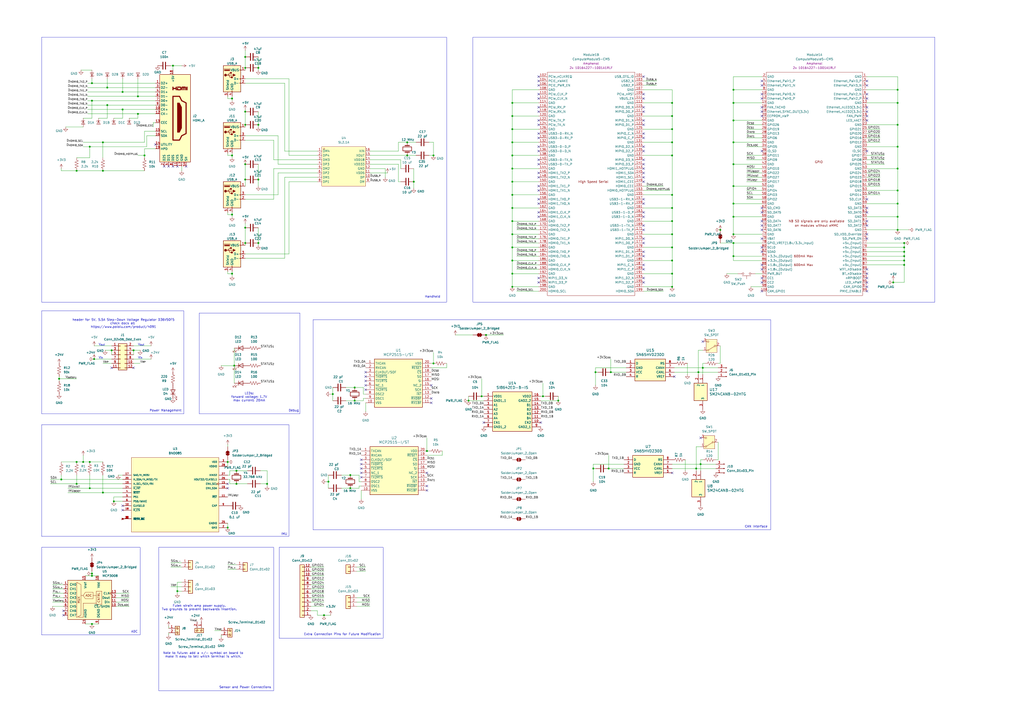
<source format=kicad_sch>
(kicad_sch (version 20231120) (generator "eeschema") (generator_version "8.0")
  (paper "A2")
  (title_block (title "Untethered Ankle Exoskeleton Control Board") (date "2025-01-22") (rev "1") (company "Stanford Biomechatronics Lab"))
  (junction (at 66.04 290.83))
  (junction (at 203.2 283.21))
  (junction (at 271.78 232.41))
  (junction (at 44.45 280.67))
  (junction (at 80.01 55.88))
  (junction (at 190.5 279.4))
  (junction (at 524.51 153.67))
  (junction (at 149.86 39.37))
  (junction (at 297.18 158.75))
  (junction (at 297.18 128.27))
  (junction (at 64.77 203.2))
  (junction (at 137.16 273.05))
  (junction (at 53.34 361.95))
  (junction (at 52.07 283.21))
  (junction (at 425.45 140.97))
  (junction (at 524.51 143.51))
  (junction (at 425.45 125.73))
  (junction (at 389.89 143.51))
  (junction (at 80.01 66.04))
  (junction (at 203.2 275.59))
  (junction (at 71.12 63.5))
  (junction (at 425.45 69.85))
  (junction (at 425.45 82.55))
  (junction (at 142.24 64.77))
  (junction (at 406.4 269.24))
  (junction (at 524.51 146.05))
  (junction (at 279.4 229.87))
  (junction (at 297.18 120.65))
  (junction (at 518.16 163.83))
  (junction (at 142.24 95.25))
  (junction (at 345.44 215.9))
  (junction (at 425.45 59.69))
  (junction (at 520.7 110.49))
  (junction (at 59.69 285.75))
  (junction (at 44.45 99.06))
  (junction (at 520.7 85.09))
  (junction (at 389.89 90.17))
  (junction (at 520.7 72.39))
  (junction (at 134.62 124.46))
  (junction (at 59.69 99.06))
  (junction (at 149.86 72.39))
  (junction (at 251.46 90.17))
  (junction (at 297.18 166.37))
  (junction (at 71.12 53.34))
  (junction (at 52.07 85.09))
  (junction (at 142.24 39.37))
  (junction (at 236.22 90.17))
  (junction (at 132.08 267.97))
  (junction (at 344.17 271.78))
  (junction (at 425.45 118.11))
  (junction (at 425.45 52.07))
  (junction (at 135.89 212.09))
  (junction (at 389.89 120.65))
  (junction (at 520.7 97.79))
  (junction (at 251.46 210.82))
  (junction (at 297.18 113.03))
  (junction (at 62.23 60.96))
  (junction (at 389.89 74.93))
  (junction (at 102.87 342.9))
  (junction (at 520.7 52.07))
  (junction (at 425.45 148.59))
  (junction (at 323.85 232.41))
  (junction (at 142.24 33.02))
  (junction (at 389.89 59.69))
  (junction (at 389.89 166.37))
  (junction (at 297.18 59.69))
  (junction (at 524.51 140.97))
  (junction (at 520.7 133.35))
  (junction (at 314.96 229.87))
  (junction (at 137.16 280.67))
  (junction (at 417.83 133.35))
  (junction (at 59.69 82.55))
  (junction (at 389.89 128.27))
  (junction (at 297.18 143.51))
  (junction (at 297.18 105.41))
  (junction (at 34.29 219.71))
  (junction (at 297.18 67.31))
  (junction (at 83.82 90.17))
  (junction (at 134.62 158.75))
  (junction (at 520.7 59.69))
  (junction (at 297.18 82.55))
  (junction (at 389.89 82.55))
  (junction (at 389.89 151.13))
  (junction (at 281.94 194.31))
  (junction (at 53.34 58.42))
  (junction (at 193.04 228.6))
  (junction (at 425.45 107.95))
  (junction (at 154.94 280.67))
  (junction (at 353.06 271.78))
  (junction (at 100.33 38.1))
  (junction (at 524.51 151.13))
  (junction (at 134.62 57.15))
  (junction (at 187.96 356.87))
  (junction (at 54.61 208.28))
  (junction (at 520.7 125.73))
  (junction (at 77.47 203.2))
  (junction (at 205.74 232.41))
  (junction (at 149.86 140.97))
  (junction (at 389.89 135.89))
  (junction (at 297.18 135.89))
  (junction (at 142.24 72.39))
  (junction (at 520.7 118.11))
  (junction (at 425.45 135.89))
  (junction (at 142.24 104.14))
  (junction (at 62.23 50.8))
  (junction (at 52.07 267.97))
  (junction (at 405.13 215.9))
  (junction (at 389.89 113.03))
  (junction (at 297.18 97.79))
  (junction (at 236.22 82.55))
  (junction (at 134.62 90.17))
  (junction (at 389.89 158.75))
  (junction (at 247.65 261.62))
  (junction (at 354.33 215.9))
  (junction (at 149.86 104.14))
  (junction (at 53.34 334.01))
  (junction (at 297.18 74.93))
  (junction (at 524.51 148.59))
  (junction (at 389.89 67.31))
  (junction (at 205.74 224.79))
  (junction (at 35.56 278.13))
  (junction (at 297.18 90.17))
  (junction (at 403.86 271.78))
  (junction (at 240.03 105.41))
  (junction (at 132.08 306.07))
  (junction (at 425.45 95.25))
  (junction (at 53.34 332.74))
  (junction (at 297.18 151.13))
  (junction (at 53.34 48.26))
  (junction (at 48.26 267.97))
  (junction (at 44.45 267.97))
  (junction (at 142.24 140.97))
  (junction (at 407.67 213.36))
  (junction (at 142.24 132.08))
  (no_connect (at 373.38 130.81))
  (no_connect (at 373.38 80.01))
  (no_connect (at 312.42 161.29))
  (no_connect (at 373.38 156.21))
  (no_connect (at 312.42 46.99))
  (no_connect (at 373.38 105.41))
  (no_connect (at 209.55 276.86))
  (no_connect (at 312.42 107.95))
  (no_connect (at 373.38 72.39))
  (no_connect (at 97.79 96.52))
  (no_connect (at 441.96 87.63))
  (no_connect (at 250.19 233.68))
  (no_connect (at 502.92 57.15))
  (no_connect (at 312.42 95.25))
  (no_connect (at 212.09 226.06))
  (no_connect (at 502.92 46.99))
  (no_connect (at 441.96 49.53))
  (no_connect (at 36.83 356.87))
  (no_connect (at 373.38 146.05))
  (no_connect (at 441.96 46.99))
  (no_connect (at 107.95 96.52))
  (no_connect (at 502.92 156.21))
  (no_connect (at 247.65 281.94))
  (no_connect (at 312.42 77.47))
  (no_connect (at 441.96 138.43))
  (no_connect (at 502.92 135.89))
  (no_connect (at 373.38 138.43))
  (no_connect (at 441.96 133.35))
  (no_connect (at 391.16 218.44))
  (no_connect (at 441.96 163.83))
  (no_connect (at 312.42 87.63))
  (no_connect (at 312.42 100.33))
  (no_connect (at 312.42 115.57))
  (no_connect (at 312.42 62.23))
  (no_connect (at 502.92 138.43))
  (no_connect (at 77.47 213.36))
  (no_connect (at 441.96 128.27))
  (no_connect (at 502.92 161.29))
  (no_connect (at 212.09 220.98))
  (no_connect (at 132.08 283.21))
  (no_connect (at 502.92 64.77))
  (no_connect (at 212.09 218.44))
  (no_connect (at 502.92 168.91))
  (no_connect (at 373.38 97.79))
  (no_connect (at 502.92 115.57))
  (no_connect (at 373.38 64.77))
  (no_connect (at 373.38 92.71))
  (no_connect (at 132.08 280.67))
  (no_connect (at 373.38 161.29))
  (no_connect (at 36.83 354.33))
  (no_connect (at 502.92 130.81))
  (no_connect (at 373.38 69.85))
  (no_connect (at 502.92 166.37))
  (no_connect (at 312.42 85.09))
  (no_connect (at 71.12 295.91))
  (no_connect (at 441.96 143.51))
  (no_connect (at 212.09 223.52))
  (no_connect (at 373.38 100.33))
  (no_connect (at 312.42 125.73))
  (no_connect (at 373.38 85.09))
  (no_connect (at 312.42 92.71))
  (no_connect (at 441.96 123.19))
  (no_connect (at 373.38 140.97))
  (no_connect (at 406.4 254))
  (no_connect (at 407.67 198.12))
  (no_connect (at 280.67 245.11))
  (no_connect (at 312.42 49.53))
  (no_connect (at 247.65 274.32))
  (no_connect (at 312.42 110.49))
  (no_connect (at 373.38 133.35))
  (no_connect (at 373.38 95.25))
  (no_connect (at 389.89 274.32))
  (no_connect (at 441.96 62.23))
  (no_connect (at 312.42 118.11))
  (no_connect (at 373.38 115.57))
  (no_connect (at 441.96 161.29))
  (no_connect (at 373.38 148.59))
  (no_connect (at 502.92 67.31))
  (no_connect (at 441.96 57.15))
  (no_connect (at 373.38 44.45))
  (no_connect (at 441.96 54.61))
  (no_connect (at 90.17 83.82))
  (no_connect (at 502.92 163.83))
  (no_connect (at 312.42 69.85))
  (no_connect (at 312.42 57.15))
  (no_connect (at 250.19 223.52))
  (no_connect (at 247.65 284.48))
  (no_connect (at 312.42 54.61))
  (no_connect (at 502.92 120.65))
  (no_connect (at 441.96 153.67))
  (no_connect (at 250.19 231.14))
  (no_connect (at 373.38 77.47))
  (no_connect (at 313.69 245.11))
  (no_connect (at 373.38 163.83))
  (no_connect (at 502.92 49.53))
  (no_connect (at 373.38 102.87))
  (no_connect (at 71.12 293.37))
  (no_connect (at 102.87 96.52))
  (no_connect (at 209.55 274.32))
  (no_connect (at 373.38 57.15))
  (no_connect (at 312.42 80.01))
  (no_connect (at 502.92 128.27))
  (no_connect (at 212.09 215.9))
  (no_connect (at 373.38 123.19))
  (no_connect (at 312.42 102.87))
  (no_connect (at 373.38 54.61))
  (no_connect (at 373.38 118.11))
  (no_connect (at 441.96 146.05))
  (no_connect (at 312.42 72.39))
  (no_connect (at 312.42 64.77))
  (no_connect (at 502.92 158.75))
  (no_connect (at 312.42 163.83))
  (no_connect (at 502.92 87.63))
  (no_connect (at 502.92 123.19))
  (no_connect (at 441.96 156.21))
  (no_connect (at 209.55 266.7))
  (no_connect (at 441.96 168.91))
  (no_connect (at 100.33 96.52))
  (no_connect (at 209.55 271.78))
  (no_connect (at 502.92 62.23))
  (no_connect (at 441.96 64.77))
  (no_connect (at 502.92 54.61))
  (no_connect (at 312.42 44.45))
  (no_connect (at 502.92 69.85))
  (no_connect (at 373.38 87.63))
  (no_connect (at 373.38 153.67))
  (no_connect (at 373.38 125.73))
  (no_connect (at 373.38 62.23))
  (no_connect (at 312.42 123.19))
  (no_connect (at 64.77 213.36))
  (no_connect (at 441.96 67.31))
  (no_connect (at 441.96 120.65))
  (no_connect (at 95.25 96.52))
  (no_connect (at 209.55 269.24))
  (no_connect (at 441.96 130.81))
  (wire (pts (xy 50.8 53.34) (xy 71.12 53.34)))
  (wire (pts (xy 193.04 224.79) (xy 193.04 228.6)))
  (wire (pts (xy 133.35 273.05) (xy 133.35 275.59)))
  (wire (pts (xy 405.13 215.9) (xy 405.13 217.17)))
  (wire (pts (xy 200.66 232.41) (xy 205.74 232.41)))
  (wire (pts (xy 44.45 91.44) (xy 52.07 91.44)))
  (wire (pts (xy 389.89 52.07) (xy 389.89 59.69)))
  (wire (pts (xy 312.42 128.27) (xy 297.18 128.27)))
  (wire (pts (xy 105.41 99.06) (xy 105.41 96.52)))
  (wire (pts (xy 210.82 231.14) (xy 210.82 232.41)))
  (wire (pts (xy 128.27 369.57) (xy 128.27 368.3)))
  (wire (pts (xy 405.13 203.2) (xy 405.13 215.9)))
  (wire (pts (xy 53.34 334.01) (xy 57.15 334.01)))
  (wire (pts (xy 388.62 110.49) (xy 373.38 110.49)))
  (wire (pts (xy 433.07 80.01) (xy 441.96 80.01)))
  (wire (pts (xy 30.48 341.63) (xy 36.83 341.63)))
  (wire (pts (xy 513.08 90.17) (xy 502.92 90.17)))
  (wire (pts (xy 99.06 38.1) (xy 100.33 38.1)))
  (wire (pts (xy 312.42 74.93) (xy 297.18 74.93)))
  (wire (pts (xy 97.79 368.3) (xy 97.79 367.03)))
  (wire (pts (xy 142.24 129.54) (xy 142.24 132.08)))
  (wire (pts (xy 53.34 45.72) (xy 53.34 48.26)))
  (wire (pts (xy 299.72 130.81) (xy 312.42 130.81)))
  (wire (pts (xy 132.08 55.88) (xy 132.08 57.15)))
  (wire (pts (xy 158.75 115.57) (xy 158.75 97.79)))
  (wire (pts (xy 134.62 158.75) (xy 134.62 157.48)))
  (wire (pts (xy 417.83 140.97) (xy 425.45 140.97)))
  (wire (pts (xy 134.62 90.17) (xy 134.62 88.9)))
  (wire (pts (xy 299.72 148.59) (xy 312.42 148.59)))
  (wire (pts (xy 149.86 140.97) (xy 149.86 142.24)))
  (wire (pts (xy 62.23 50.8) (xy 90.17 50.8)))
  (wire (pts (xy 187.96 344.17) (xy 180.34 344.17)))
  (wire (pts (xy 54.61 200.66) (xy 64.77 200.66)))
  (wire (pts (xy 510.54 105.41) (xy 502.92 105.41)))
  (wire (pts (xy 363.22 215.9) (xy 354.33 215.9)))
  (wire (pts (xy 407.67 213.36) (xy 416.56 213.36)))
  (wire (pts (xy 39.37 285.75) (xy 59.69 285.75)))
  (wire (pts (xy 210.82 228.6) (xy 210.82 224.79)))
  (wire (pts (xy 149.86 33.02) (xy 149.86 39.37)))
  (wire (pts (xy 240.03 97.79) (xy 240.03 105.41)))
  (wire (pts (xy 373.38 135.89) (xy 389.89 135.89)))
  (wire (pts (xy 524.51 153.67) (xy 524.51 151.13)))
  (wire (pts (xy 142.24 113.03) (xy 161.29 113.03)))
  (wire (pts (xy 502.92 97.79) (xy 520.7 97.79)))
  (wire (pts (xy 312.42 82.55) (xy 297.18 82.55)))
  (wire (pts (xy 134.62 125.73) (xy 134.62 124.46)))
  (wire (pts (xy 208.28 283.21) (xy 203.2 283.21)))
  (wire (pts (xy 231.14 87.63) (xy 231.14 82.55)))
  (wire (pts (xy 53.34 48.26) (xy 90.17 48.26)))
  (wire (pts (xy 502.92 118.11) (xy 520.7 118.11)))
  (wire (pts (xy 312.42 135.89) (xy 297.18 135.89)))
  (wire (pts (xy 66.04 290.83) (xy 71.12 290.83)))
  (wire (pts (xy 406.4 269.24) (xy 415.29 269.24)))
  (wire (pts (xy 59.69 275.59) (xy 59.69 285.75)))
  (wire (pts (xy 433.07 77.47) (xy 441.96 77.47)))
  (wire (pts (xy 187.96 336.55) (xy 180.34 336.55)))
  (wire (pts (xy 44.45 267.97) (xy 48.26 267.97)))
  (wire (pts (xy 441.96 59.69) (xy 425.45 59.69)))
  (wire (pts (xy 299.72 156.21) (xy 312.42 156.21)))
  (wire (pts (xy 389.89 113.03) (xy 389.89 120.65)))
  (wire (pts (xy 312.42 113.03) (xy 297.18 113.03)))
  (wire (pts (xy 49.53 334.01) (xy 53.34 334.01)))
  (wire (pts (xy 165.1 102.87) (xy 184.15 102.87)))
  (wire (pts (xy 391.16 213.36) (xy 407.67 213.36)))
  (wire (pts (xy 142.24 39.37) (xy 142.24 40.64)))
  (wire (pts (xy 312.42 90.17) (xy 297.18 90.17)))
  (wire (pts (xy 38.1 73.66) (xy 48.26 73.66)))
  (wire (pts (xy 312.42 120.65) (xy 297.18 120.65)))
  (wire (pts (xy 77.47 203.2) (xy 81.28 203.2)))
  (wire (pts (xy 214.63 95.25) (xy 231.14 95.25)))
  (wire (pts (xy 137.16 280.67) (xy 143.51 280.67)))
  (wire (pts (xy 62.23 60.96) (xy 62.23 68.58)))
  (wire (pts (xy 71.12 53.34) (xy 90.17 53.34)))
  (wire (pts (xy 297.18 105.41) (xy 297.18 113.03)))
  (wire (pts (xy 312.42 151.13) (xy 297.18 151.13)))
  (wire (pts (xy 167.64 105.41) (xy 184.15 105.41)))
  (wire (pts (xy 135.89 201.93) (xy 135.89 212.09)))
  (wire (pts (xy 433.07 102.87) (xy 441.96 102.87)))
  (wire (pts (xy 425.45 44.45) (xy 441.96 44.45)))
  (wire (pts (xy 502.92 85.09) (xy 520.7 85.09)))
  (wire (pts (xy 142.24 104.14) (xy 142.24 107.95)))
  (wire (pts (xy 312.42 52.07) (xy 297.18 52.07)))
  (wire (pts (xy 407.67 210.82) (xy 407.67 213.36)))
  (wire (pts (xy 297.18 74.93) (xy 297.18 82.55)))
  (wire (pts (xy 135.89 212.09) (xy 135.89 222.25)))
  (wire (pts (xy 208.28 281.94) (xy 208.28 283.21)))
  (wire (pts (xy 312.42 59.69) (xy 297.18 59.69)))
  (wire (pts (xy 520.7 44.45) (xy 520.7 52.07)))
  (wire (pts (xy 314.96 229.87) (xy 316.23 229.87)))
  (wire (pts (xy 62.23 45.72) (xy 62.23 50.8)))
  (wire (pts (xy 373.38 120.65) (xy 389.89 120.65)))
  (wire (pts (xy 520.7 125.73) (xy 520.7 133.35)))
  (wire (pts (xy 323.85 229.87) (xy 323.85 232.41)))
  (wire (pts (xy 241.3 82.55) (xy 236.22 82.55)))
  (wire (pts (xy 524.51 146.05) (xy 524.51 143.51)))
  (wire (pts (xy 344.17 271.78) (xy 344.17 279.4)))
  (wire (pts (xy 99.06 340.36) (xy 105.41 340.36)))
  (wire (pts (xy 60.96 203.2) (xy 64.77 203.2)))
  (wire (pts (xy 231.14 105.41) (xy 232.41 105.41)))
  (wire (pts (xy 389.89 120.65) (xy 389.89 128.27)))
  (wire (pts (xy 30.48 346.71) (xy 36.83 346.71)))
  (wire (pts (xy 88.9 73.66) (xy 88.9 71.12)))
  (wire (pts (xy 313.69 232.41) (xy 323.85 232.41)))
  (wire (pts (xy 389.89 143.51) (xy 389.89 151.13)))
  (wire (pts (xy 405.13 203.2) (xy 407.67 203.2)))
  (wire (pts (xy 74.93 349.25) (xy 67.31 349.25)))
  (wire (pts (xy 158.75 81.28) (xy 158.75 92.71)))
  (wire (pts (xy 346.71 215.9) (xy 345.44 215.9)))
  (wire (pts (xy 99.06 326.39) (xy 105.41 326.39)))
  (wire (pts (xy 297.18 67.31) (xy 297.18 74.93)))
  (wire (pts (xy 510.54 113.03) (xy 502.92 113.03)))
  (wire (pts (xy 193.04 228.6) (xy 193.04 232.41)))
  (wire (pts (xy 52.07 267.97) (xy 59.69 267.97)))
  (wire (pts (xy 417.83 210.82) (xy 417.83 200.66)))
  (wire (pts (xy 44.45 280.67) (xy 71.12 280.67)))
  (wire (pts (xy 527.05 133.35) (xy 520.7 133.35)))
  (wire (pts (xy 99.06 328.93) (xy 105.41 328.93)))
  (wire (pts (xy 344.17 269.24) (xy 361.95 269.24)))
  (wire (pts (xy 161.29 113.03) (xy 161.29 100.33)))
  (wire (pts (xy 161.29 78.74) (xy 161.29 95.25)))
  (wire (pts (xy 406.4 266.7) (xy 407.67 266.7)))
  (wire (pts (xy 71.12 45.72) (xy 71.12 53.34)))
  (wire (pts (xy 132.08 259.08) (xy 132.08 257.81)))
  (wire (pts (xy 425.45 59.69) (xy 425.45 52.07)))
  (wire (pts (xy 391.16 215.9) (xy 405.13 215.9)))
  (wire (pts (xy 161.29 100.33) (xy 184.15 100.33)))
  (wire (pts (xy 190.5 279.4) (xy 189.23 279.4)))
  (wire (pts (xy 35.56 99.06) (xy 44.45 99.06)))
  (wire (pts (xy 102.87 344.17) (xy 102.87 342.9)))
  (wire (pts (xy 381 46.99) (xy 373.38 46.99)))
  (wire (pts (xy 142.24 115.57) (xy 158.75 115.57)))
  (wire (pts (xy 132.08 90.17) (xy 134.62 90.17)))
  (wire (pts (xy 373.38 74.93) (xy 389.89 74.93)))
  (wire (pts (xy 74.93 344.17) (xy 67.31 344.17)))
  (wire (pts (xy 345.44 215.9) (xy 345.44 223.52)))
  (wire (pts (xy 88.9 71.12) (xy 90.17 71.12)))
  (wire (pts (xy 373.38 113.03) (xy 389.89 113.03)))
  (wire (pts (xy 87.63 208.28) (xy 77.47 208.28)))
  (wire (pts (xy 425.45 52.07) (xy 425.45 44.45)))
  (wire (pts (xy 433.07 110.49) (xy 441.96 110.49)))
  (wire (pts (xy 297.18 166.37) (xy 312.42 166.37)))
  (wire (pts (xy 48.26 85.09) (xy 52.07 85.09)))
  (wire (pts (xy 158.75 92.71) (xy 184.15 92.71)))
  (wire (pts (xy 389.89 82.55) (xy 389.89 90.17)))
  (wire (pts (xy 151.13 280.67) (xy 154.94 280.67)))
  (wire (pts (xy 297.18 90.17) (xy 297.18 97.79)))
  (wire (pts (xy 48.26 82.55) (xy 59.69 82.55)))
  (wire (pts (xy 510.54 107.95) (xy 502.92 107.95)))
  (wire (pts (xy 425.45 125.73) (xy 425.45 135.89)))
  (wire (pts (xy 502.92 44.45) (xy 520.7 44.45)))
  (wire (pts (xy 165.1 48.26) (xy 165.1 87.63)))
  (wire (pts (xy 236.22 90.17) (xy 241.3 90.17)))
  (wire (pts (xy 389.89 128.27) (xy 389.89 135.89)))
  (wire (pts (xy 100.33 40.64) (xy 100.33 38.1)))
  (wire (pts (xy 502.92 72.39) (xy 520.7 72.39)))
  (wire (pts (xy 100.33 38.1) (xy 105.41 38.1)))
  (wire (pts (xy 74.93 346.71) (xy 67.31 346.71)))
  (wire (pts (xy 513.08 92.71) (xy 502.92 92.71)))
  (wire (pts (xy 247.65 254) (xy 247.65 261.62)))
  (wire (pts (xy 389.89 151.13) (xy 389.89 158.75)))
  (wire (pts (xy 524.51 143.51) (xy 524.51 140.97)))
  (wire (pts (xy 132.08 303.53) (xy 132.08 306.07)))
  (wire (pts (xy 281.94 194.31) (xy 292.1 194.31)))
  (wire (pts (xy 77.47 203.2) (xy 77.47 205.74)))
  (wire (pts (xy 502.92 146.05) (xy 524.51 146.05)))
  (wire (pts (xy 313.69 229.87) (xy 314.96 229.87)))
  (wire (pts (xy 142.24 48.26) (xy 165.1 48.26)))
  (wire (pts (xy 425.45 140.97) (xy 425.45 148.59)))
  (wire (pts (xy 29.21 278.13) (xy 35.56 278.13)))
  (wire (pts (xy 251.46 82.55) (xy 248.92 82.55)))
  (wire (pts (xy 142.24 63.5) (xy 142.24 64.77)))
  (wire (pts (xy 425.45 52.07) (xy 441.96 52.07)))
  (wire (pts (xy 231.14 82.55) (xy 236.22 82.55)))
  (wire (pts (xy 240.03 105.41) (xy 240.03 109.22)))
  (wire (pts (xy 52.07 91.44) (xy 52.07 85.09)))
  (wire (pts (xy 403.86 259.08) (xy 406.4 259.08)))
  (wire (pts (xy 441.96 166.37) (xy 435.61 166.37)))
  (wire (pts (xy 208.28 279.4) (xy 208.28 275.59)))
  (wire (pts (xy 161.29 95.25) (xy 184.15 95.25)))
  (wire (pts (xy 502.92 153.67) (xy 524.51 153.67)))
  (wire (pts (xy 231.14 95.25) (xy 231.14 105.41)))
  (wire (pts (xy 373.38 90.17) (xy 389.89 90.17)))
  (wire (pts (xy 142.24 64.77) (xy 142.24 72.39)))
  (wire (pts (xy 74.93 351.79) (xy 67.31 351.79)))
  (wire (pts (xy 85.09 78.74) (xy 90.17 78.74)))
  (wire (pts (xy 85.09 85.09) (xy 85.09 78.74)))
  (wire (pts (xy 502.92 110.49) (xy 520.7 110.49)))
  (wire (pts (xy 83.82 82.55) (xy 83.82 76.2)))
  (wire (pts (xy 205.74 224.79) (xy 200.66 224.79)))
  (wire (pts (xy 187.96 341.63) (xy 180.34 341.63)))
  (wire (pts (xy 105.41 337.82) (xy 102.87 337.82)))
  (wire (pts (xy 167.64 45.72) (xy 167.64 90.17)))
  (wire (pts (xy 312.42 143.51) (xy 297.18 143.51)))
  (wire (pts (xy 510.54 82.55) (xy 502.92 82.55)))
  (wire (pts (xy 35.56 275.59) (xy 35.56 278.13)))
  (wire (pts (xy 502.92 148.59) (xy 524.51 148.59)))
  (wire (pts (xy 165.1 87.63) (xy 184.15 87.63)))
  (wire (pts (xy 297.18 59.69) (xy 297.18 67.31)))
  (wire (pts (xy 132.08 88.9) (xy 132.08 90.17)))
  (wire (pts (xy 80.01 68.58) (xy 74.93 68.58)))
  (wire (pts (xy 248.92 261.62) (xy 247.65 261.62)))
  (wire (pts (xy 223.52 102.87) (xy 223.52 97.79)))
  (wire (pts (xy 212.09 331.47) (xy 207.01 331.47)))
  (wire (pts (xy 132.08 327.66) (xy 137.16 327.66)))
  (wire (pts (xy 133.35 273.05) (xy 137.16 273.05)))
  (wire (pts (xy 102.87 342.9) (xy 105.41 342.9)))
  (wire (pts (xy 167.64 105.41) (xy 167.64 147.32)))
  (wire (pts (xy 299.72 146.05) (xy 312.42 146.05)))
  (wire (pts (xy 223.52 97.79) (xy 214.63 97.79)))
  (wire (pts (xy 373.38 52.07) (xy 389.89 52.07)))
  (wire (pts (xy 134.62 57.15) (xy 134.62 55.88)))
  (wire (pts (xy 53.34 68.58) (xy 48.26 68.58)))
  (wire (pts (xy 149.86 64.77) (xy 149.86 72.39)))
  (wire (pts (xy 180.34 351.79) (xy 187.96 351.79)))
  (wire (pts (xy 297.18 128.27) (xy 297.18 135.89)))
  (wire (pts (xy 124.46 365.76) (xy 128.27 365.76)))
  (wire (pts (xy 132.08 157.48) (xy 132.08 158.75)))
  (wire (pts (xy 132.08 57.15) (xy 134.62 57.15)))
  (wire (pts (xy 134.62 58.42) (xy 134.62 57.15)))
  (wire (pts (xy 50.8 58.42) (xy 53.34 58.42)))
  (wire (pts (xy 44.45 99.06) (xy 59.69 99.06)))
  (wire (pts (xy 251.46 90.17) (xy 248.92 90.17)))
  (wire (pts (xy 30.48 339.09) (xy 36.83 339.09)))
  (wire (pts (xy 373.38 59.69) (xy 389.89 59.69)))
  (wire (pts (xy 190.5 275.59) (xy 190.5 279.4)))
  (wire (pts (xy 425.45 95.25) (xy 425.45 107.95)))
  (wire (pts (xy 297.18 135.89) (xy 297.18 143.51)))
  (wire (pts (xy 271.78 229.87) (xy 271.78 232.41)))
  (wire (pts (xy 187.96 328.93) (xy 180.34 328.93)))
  (wire (pts (xy 510.54 74.93) (xy 502.92 74.93)))
  (wire (pts (xy 71.12 63.5) (xy 71.12 68.58)))
  (wire (pts (xy 59.69 285.75) (xy 71.12 285.75)))
  (wire (pts (xy 52.07 283.21) (xy 71.12 283.21)))
  (wire (pts (xy 312.42 97.79) (xy 297.18 97.79)))
  (wire (pts (xy 345.44 271.78) (xy 344.17 271.78)))
  (wire (pts (xy 35.56 278.13) (xy 71.12 278.13)))
  (wire (pts (xy 133.35 278.13) (xy 132.08 278.13)))
  (wire (pts (xy 403.86 259.08) (xy 403.86 271.78)))
  (wire (pts (xy 433.07 92.71) (xy 441.96 92.71)))
  (wire (pts (xy 415.29 266.7) (xy 416.56 266.7)))
  (wire (pts (xy 297.18 151.13) (xy 297.18 158.75)))
  (wire (pts (xy 167.64 90.17) (xy 184.15 90.17)))
  (wire (pts (xy 441.96 151.13) (xy 425.45 151.13)))
  (wire (pts (xy 83.82 86.36) (xy 83.82 90.17)))
  (wire (pts (xy 64.77 203.2) (xy 64.77 205.74)))
  (wire (pts (xy 425.45 118.11) (xy 425.45 125.73)))
  (wire (pts (xy 214.63 351.79) (xy 207.01 351.79)))
  (wire (pts (xy 353.06 264.16) (xy 353.06 271.78)))
  (wire (pts (xy 62.23 60.96) (xy 90.17 60.96)))
  (wire (pts (xy 80.01 90.17) (xy 83.82 90.17)))
  (wire (pts (xy 403.86 271.78) (xy 403.86 273.05)))
  (wire (pts (xy 210.82 228.6) (xy 212.09 228.6)))
  (wire (pts (xy 53.34 58.42) (xy 90.17 58.42)))
  (wire (pts (xy 279.4 219.71) (xy 279.4 229.87)))
  (wire (pts (xy 132.08 266.7) (xy 132.08 267.97)))
  (wire (pts (xy 279.4 229.87) (xy 280.67 229.87)))
  (wire (pts (xy 361.95 271.78) (xy 353.06 271.78)))
  (wire (pts (xy 187.96 349.25) (xy 180.34 349.25)))
  (wire (pts (xy 97.79 363.22) (xy 97.79 364.49)))
  (wire (pts (xy 80.01 55.88) (xy 90.17 55.88)))
  (wire (pts (xy 210.82 232.41) (xy 205.74 232.41)))
  (wire (pts (xy 214.63 346.71) (xy 207.01 346.71)))
  (wire (pts (xy 34.29 219.71) (xy 34.29 218.44)))
  (wire (pts (xy 502.92 151.13) (xy 524.51 151.13)))
  (wire (pts (xy 50.8 55.88) (xy 80.01 55.88)))
  (wire (pts (xy 441.96 82.55) (xy 425.45 82.55)))
  (wire (pts (xy 158.75 97.79) (xy 184.15 97.79)))
  (wire (pts (xy 80.01 66.04) (xy 90.17 66.04)))
  (wire (pts (xy 373.38 151.13) (xy 389.89 151.13)))
  (wire (pts (xy 518.16 163.83) (xy 524.51 163.83)))
  (wire (pts (xy 187.96 334.01) (xy 180.34 334.01)))
  (wire (pts (xy 149.86 39.37) (xy 149.86 40.64)))
  (wire (pts (xy 214.63 87.63) (xy 231.14 87.63)))
  (wire (pts (xy 187.96 346.71) (xy 180.34 346.71)))
  (wire (pts (xy 297.18 52.07) (xy 297.18 59.69)))
  (wire (pts (xy 524.51 148.59) (xy 524.51 146.05)))
  (wire (pts (xy 133.35 280.67) (xy 137.16 280.67)))
  (wire (pts (xy 187.96 331.47) (xy 180.34 331.47)))
  (wire (pts (xy 297.18 113.03) (xy 297.18 120.65)))
  (wire (pts (xy 344.17 269.24) (xy 344.17 271.78)))
  (wire (pts (xy 425.45 107.95) (xy 441.96 107.95)))
  (wire (pts (xy 299.72 138.43) (xy 312.42 138.43)))
  (wire (pts (xy 232.41 92.71) (xy 232.41 97.79)))
  (wire (pts (xy 433.07 105.41) (xy 441.96 105.41)))
  (wire (pts (xy 297.18 143.51) (xy 297.18 151.13)))
  (wire (pts (xy 425.45 135.89) (xy 441.96 135.89)))
  (wire (pts (xy 441.96 140.97) (xy 425.45 140.97)))
  (wire (pts (xy 433.07 72.39) (xy 441.96 72.39)))
  (wire (pts (xy 134.62 91.44) (xy 134.62 90.17)))
  (wire (pts (xy 398.78 217.17) (xy 398.78 210.82)))
  (wire (pts (xy 520.7 110.49) (xy 520.7 118.11)))
  (wire (pts (xy 502.92 59.69) (xy 520.7 59.69)))
  (wire (pts (xy 212.09 328.93) (xy 207.01 328.93)))
  (wire (pts (xy 190.5 279.4) (xy 190.5 283.21)))
  (wire (pts (xy 250.19 213.36) (xy 259.08 213.36)))
  (wire (pts (xy 151.13 273.05) (xy 154.94 273.05)))
  (wire (pts (xy 83.82 90.17) (xy 83.82 91.44)))
  (wire (pts (xy 520.7 97.79) (xy 520.7 110.49)))
  (wire (pts (xy 271.78 232.41) (xy 280.67 232.41)))
  (wire (pts (xy 149.86 95.25) (xy 149.86 104.14)))
  (wire (pts (xy 381 49.53) (xy 373.38 49.53)))
  (wire (pts (xy 49.53 361.95) (xy 53.34 361.95)))
  (wire (pts (xy 128.27 212.09) (xy 135.89 212.09)))
  (wire (pts (xy 373.38 166.37) (xy 389.89 166.37)))
  (wire (pts (xy 208.28 279.4) (xy 209.55 279.4)))
  (wire (pts (xy 389.89 158.75) (xy 389.89 166.37)))
  (wire (pts (xy 71.12 68.58) (xy 66.04 68.58)))
  (wire (pts (xy 510.54 100.33) (xy 502.92 100.33)))
  (wire (pts (xy 251.46 210.82) (xy 250.19 210.82)))
  (wire (pts (xy 433.07 100.33) (xy 441.96 100.33)))
  (wire (pts (xy 373.38 82.55) (xy 389.89 82.55)))
  (wire (pts (xy 53.34 331.47) (xy 53.34 332.74)))
  (wire (pts (xy 389.89 59.69) (xy 389.89 67.31)))
  (wire (pts (xy 71.12 63.5) (xy 90.17 63.5)))
  (wire (pts (xy 142.24 33.02) (xy 142.24 39.37)))
  (wire (pts (xy 87.63 200.66) (xy 77.47 200.66)))
  (wire (pts (xy 132.08 158.75) (xy 134.62 158.75)))
  (wire (pts (xy 425.45 125.73) (xy 441.96 125.73)))
  (wire (pts (xy 421.64 158.75) (xy 427.99 158.75)))
  (wire (pts (xy 149.86 104.14) (xy 149.86 107.95)))
  (wire (pts (xy 416.56 210.82) (xy 417.83 210.82)))
  (wire (pts (xy 132.08 123.19) (xy 132.08 124.46)))
  (wire (pts (xy 425.45 148.59) (xy 441.96 148.59)))
  (wire (pts (xy 389.89 135.89) (xy 389.89 143.51)))
  (wire (pts (xy 142.24 140.97) (xy 142.24 142.24)))
  (wire (pts (xy 134.62 124.46) (xy 134.62 123.19)))
  (wire (pts (xy 433.07 115.57) (xy 441.96 115.57)))
  (wire (pts (xy 502.92 133.35) (xy 520.7 133.35)))
  (wire (pts (xy 50.8 63.5) (xy 71.12 63.5)))
  (wire (pts (xy 142.24 95.25) (xy 142.24 104.14)))
  (wire (pts (xy 389.89 67.31) (xy 389.89 74.93)))
  (wire (pts (xy 62.23 68.58) (xy 57.15 68.58)))
  (wire (pts (xy 53.34 332.74) (xy 53.34 334.01)))
  (wire (pts (xy 373.38 158.75) (xy 389.89 158.75)))
  (wire (pts (xy 142.24 72.39) (xy 142.24 73.66)))
  (wire (pts (xy 44.45 275.59) (xy 44.45 280.67)))
  (wire (pts (xy 299.72 140.97) (xy 312.42 140.97)))
  (wire (pts (xy 251.46 204.47) (xy 251.46 210.82)))
  (wire (pts (xy 34.29 219.71) (xy 34.29 220.98)))
  (wire (pts (xy 312.42 105.41) (xy 297.18 105.41)))
  (wire (pts (xy 50.8 66.04) (xy 80.01 66.04)))
  (wire (pts (xy 53.34 58.42) (xy 53.34 68.58)))
  (wire (pts (xy 142.24 78.74) (xy 161.29 78.74)))
  (wire (pts (xy 68.58 275.59) (xy 71.12 275.59)))
  (wire (pts (xy 373.38 128.27) (xy 389.89 128.27)))
  (wire (pts (xy 405.13 215.9) (xy 416.56 215.9)))
  (wire (pts (xy 299.72 153.67) (xy 312.42 153.67)))
  (wire (pts (xy 134.62 160.02) (xy 134.62 158.75)))
  (wire (pts (xy 59.69 82.55) (xy 83.82 82.55)))
  (wire (pts (xy 154.94 273.05) (xy 154.94 280.67)))
  (wire (pts (xy 345.44 213.36) (xy 363.22 213.36)))
  (wire (pts (xy 297.18 82.55) (xy 297.18 90.17)))
  (wire (pts (xy 208.28 275.59) (xy 203.2 275.59)))
  (wire (pts (xy 54.61 208.28) (xy 64.77 208.28)))
  (wire (pts (xy 187.96 356.87) (xy 191.77 356.87)))
  (wire (pts (xy 297.18 97.79) (xy 297.18 105.41)))
  (wire (pts (xy 154.94 280.67) (xy 154.94 281.94)))
  (wire (pts (xy 407.67 210.82) (xy 408.94 210.82)))
  (wire (pts (xy 44.45 219.71) (xy 34.29 219.71)))
  (wire (pts (xy 312.42 158.75) (xy 297.18 158.75)))
  (wire (pts (xy 384.81 168.91) (xy 373.38 168.91)))
  (wire (pts (xy 209.55 284.48) (xy 209.55 289.56)))
  (wire (pts (xy 416.56 266.7) (xy 416.56 256.54)))
  (wire (pts (xy 520.7 85.09) (xy 520.7 97.79)))
  (wire (pts (xy 214.63 100.33) (xy 224.79 100.33)))
  (wire (pts (xy 142.24 81.28) (xy 158.75 81.28)))
  (wire (pts (xy 425.45 107.95) (xy 425.45 118.11)))
  (wire (pts (xy 132.08 330.2) (xy 137.16 330.2)))
  (wire (pts (xy 165.1 102.87) (xy 165.1 149.86)))
  (wire (pts (xy 210.82 231.14) (xy 212.09 231.14)))
  (wire (pts (xy 180.34 354.33) (xy 184.15 354.33)))
  (wire (pts (xy 149.86 132.08) (xy 149.86 140.97)))
  (wire (pts (xy 198.12 283.21) (xy 203.2 283.21)))
  (wire (pts (xy 214.63 349.25) (xy 207.01 349.25)))
  (wire (pts (xy 50.8 60.96) (xy 62.23 60.96)))
  (wire (pts (xy 212.09 233.68) (xy 212.09 238.76)))
  (wire (pts (xy 354.33 208.28) (xy 354.33 215.9)))
  (wire (pts (xy 52.07 275.59) (xy 52.07 283.21)))
  (wire (pts (xy 208.28 281.94) (xy 209.55 281.94)))
  (wire (pts (xy 30.48 344.17) (xy 36.83 344.17)))
  (wire (pts (xy 53.34 361.95) (xy 57.15 361.95)))
  (wire (pts (xy 502.92 143.51) (xy 524.51 143.51)))
  (wire (pts (xy 389.89 90.17) (xy 389.89 113.03)))
  (wire (pts (xy 132.08 124.46) (xy 134.62 124.46)))
  (wire (pts (xy 203.2 275.59) (xy 198.12 275.59)))
  (wire (pts (xy 510.54 102.87) (xy 502.92 102.87)))
  (wire (pts (xy 425.45 82.55) (xy 425.45 95.25)))
  (wire (pts (xy 137.16 273.05) (xy 143.51 273.05)))
  (wire (pts (xy 403.86 271.78) (xy 415.29 271.78)))
  (wire (pts (xy 59.69 99.06) (xy 83.82 99.06)))
  (wire (pts (xy 35.56 267.97) (xy 44.45 267.97)))
  (wire (pts (xy 407.67 213.36) (xy 407.67 217.17)))
  (wire (pts (xy 50.8 50.8) (xy 62.23 50.8)))
  (wire (pts (xy 389.89 271.78) (xy 403.86 271.78)))
  (wire (pts (xy 80.01 45.72) (xy 80.01 55.88)))
  (wire (pts (xy 80.01 66.04) (xy 80.01 68.58)))
  (wire (pts (xy 214.63 90.17) (xy 236.22 90.17)))
  (wire (pts (xy 81.28 210.82) (xy 77.47 210.82)))
  (wire (pts (xy 389.89 269.24) (xy 406.4 269.24)))
  (wire (pts (xy 425.45 59.69) (xy 425.45 69.85)))
  (wire (pts (xy 50.8 48.26) (xy 53.34 48.26)))
  (wire (pts (xy 433.07 90.17) (xy 441.96 90.17)))
  (wire (pts (xy 48.26 264.16) (xy 48.26 267.97)))
  (wire (pts (xy 149.86 72.39) (xy 149.86 73.66)))
  (wire (pts (xy 513.08 95.25) (xy 502.92 95.25)))
  (wire (pts (xy 441.96 95.25) (xy 425.45 95.25)))
  (wire (pts (xy 29.21 280.67) (xy 44.45 280.67)))
  (wire (pts (xy 502.92 140.97) (xy 524.51 140.97)))
  (wire (pts (xy 48.26 267.97) (xy 52.07 267.97)))
  (wire (pts (xy 210.82 224.79) (xy 205.74 224.79)))
  (wire (pts (xy 524.51 153.67) (xy 524.51 163.83)))
  (wire (pts (xy 524.51 151.13) (xy 524.51 148.59)))
  (wire (pts (xy 397.51 273.05) (xy 397.51 266.7)))
  (wire (pts (xy 299.72 168.91) (xy 312.42 168.91)))
  (wire (pts (xy 59.69 210.82) (xy 64.77 210.82)))
  (wire (pts (xy 259.08 210.82) (xy 259.08 213.36)))
  (wire (pts (xy 510.54 77.47) (xy 502.92 77.47)))
  (wire (pts (xy 433.07 97.79) (xy 441.96 97.79)))
  (wire (pts (xy 133.35 280.67) (xy 133.35 278.13)))
  (wire (pts (xy 433.07 74.93) (xy 441.96 74.93)))
  (wire (pts (xy 297.18 158.75) (xy 297.18 166.37)))
  (wire (pts (xy 441.96 69.85) (xy 425.45 69.85)))
  (wire (pts (xy 256.54 261.62) (xy 256.54 264.16)))
  (wire (pts (xy 184.15 356.87) (xy 187.96 356.87)))
  (wire (pts (xy 520.7 52.07) (xy 520.7 59.69)))
  (wire (pts (xy 389.89 74.93) (xy 389.89 82.55)))
  (wire (pts (xy 142.24 147.32) (xy 167.64 147.32)))
  (wire (pts (xy 39.37 283.21) (xy 52.07 283.21)))
  (wire (pts (xy 214.63 92.71) (xy 232.41 92.71)))
  (wire (pts (xy 30.48 351.79) (xy 36.83 351.79)))
  (wire (pts (xy 502.92 125.73) (xy 520.7 125.73)))
  (wire (pts (xy 297.18 120.65) (xy 297.18 128.27)))
  (wire (pts (xy 520.7 59.69) (xy 520.7 72.39)))
  (wire (pts (xy 187.96 339.09) (xy 180.34 339.09)))
  (wire (pts (xy 247.65 264.16) (xy 256.54 264.16)))
  (wire (pts (xy 142.24 45.72) (xy 167.64 45.72)))
  (wire (pts (xy 438.15 158.75) (xy 441.96 158.75)))
  (wire (pts (xy 184.15 354.33) (xy 184.15 356.87)))
  (wire (pts (xy 518.16 162.56) (xy 518.16 163.83)))
  (wire (pts (xy 35.56 99.06) (xy 35.56 97.79)))
  (wire (pts (xy 142.24 29.21) (xy 142.24 33.02)))
  (wire (pts (xy 373.38 143.51) (xy 389.89 143.51)))
  (wire (pts (xy 66.04 288.29) (xy 66.04 290.83)))
  (wire (pts (xy 83.82 86.36) (xy 90.17 86.36)))
  (wire (pts (xy 502.92 52.07) (xy 520.7 52.07)))
  (wire (pts (xy 142.24 149.86) (xy 165.1 149.86)))
  (wire (pts (xy 132.08 267.97) (xy 132.08 270.51)))
  (wire (pts (xy 193.04 228.6) (xy 191.77 228.6)))
  (wire (pts (xy 46.99 40.64) (xy 53.34 40.64)))
  (wire (pts (xy 133.35 275.59) (xy 132.08 275.59)))
  (wire (pts (xy 142.24 132.08) (xy 142.24 140.97)))
  (wire (pts (xy 314.96 222.25) (xy 314.96 229.87)))
  (wire (pts (xy 312.42 67.31) (xy 297.18 67.31)))
  (wire (pts (xy 433.07 113.03) (xy 441.96 113.03)))
  (wire (pts (xy 83.82 76.2) (xy 90.17 76.2)))
  (wire (pts (xy 299.72 133.35) (xy 312.42 133.35)))
  (wire (pts (xy 406.4 269.24) (xy 406.4 273.05)))
  (wire (pts (xy 520.7 72.39) (xy 520.7 85.09)))
  (wire (pts (xy 52.07 85.09) (xy 85.09 85.09)))
  (wire (pts (xy 264.16 194.31) (xy 274.32 194.31)))
  (wire (pts (xy 425.45 151.13) (xy 425.45 148.59)))
  (wire (pts (xy 406.4 266.7) (xy 406.4 269.24)))
  (wire (pts (xy 66.04 288.29) (xy 71.12 288.29)))
  (wire (pts (xy 425.45 118.11) (xy 441.96 118.11)))
  (wire (pts (xy 373.38 67.31) (xy 389.89 67.31)))
  (wire (pts (xy 59.69 82.55) (xy 59.69 91.44)))
  (wire (pts (xy 433.07 85.09) (xy 441.96 85.09)))
  (wire (pts (xy 520.7 118.11) (xy 520.7 125.73)))
  (wire (pts (xy 425.45 69.85) (xy 425.45 82.55)))
  (wire (pts (xy 345.44 213.36) (xy 345.44 215.9)))
  (wire (pts (xy 251.46 82.55) (xy 251.46 90.17)))
  (wire (pts (xy 373.38 107.95) (xy 384.81 107.95)))
  (wire (pts (xy 102.87 337.82) (xy 102.87 342.9)))
  (wire (pts (xy 30.48 349.25) (xy 36.83 349.25)))
  (wire (pts (xy 510.54 80.01) (xy 502.92 80.01)))
  (rectangle (start 115.57 181.61) (end 173.99 240.03))
  (rectangle (start 24.13 317.5) (end 81.28 368.3))
  (rectangle (start 274.32 21.59) (end 542.29 175.26))
  (rectangle (start 24.13 180.34) (end 106.68 240.03))
  (rectangle (start 161.925 317.5) (end 222.25 370.205))
  (rectangle (start 24.13 21.59) (end 259.08 175.26))
  (rectangle (start 92.075 317.5) (end 158.75 400.685))
  (rectangle (start 181.61 185.42) (end 447.04 307.34))
  (rectangle (start 24.13 246.38) (end 167.64 311.15))
  (text "Power Management" (at 96.012 238.252 0) (effects (font (size 1.27 1.27))))
  (text "header for 5V, 5.5A Step-Down Voltage Regulator D36V50F5\ncheck docs at: \nhttps://www.pololu.com/product/4091" (at 71.628 187.706 0) (effects (font (size 1.27 1.27))))
  (text "CAN Interface" (at 438.658 305.562 0) (effects (font (size 1.27 1.27))))
  (text "V_{out}" (at 57.15 200.66 0) (effects (font (size 1.27 1.27)) (justify left bottom)))
  (text "Sensor and Power Connections\n" (at 142.24 398.78 0) (effects (font (size 1.27 1.27))))
  (text "V_{in}" (at 80.01 208.28 0) (effects (font (size 1.27 1.27)) (justify left bottom)))
  (text "V_{in}" (at 57.15 208.28 0) (effects (font (size 1.27 1.27)) (justify left bottom)))
  (text "ADC" (at 77.978 366.522 0) (effects (font (size 1.27 1.27))))
  (text "LEDs:\nforward voltage: 1.7V\nmax current: 20mA" (at 144.526 230.378 0) (effects (font (size 1.27 1.27))))
  (text "Handheld" (at 250.952 172.212 0) (effects (font (size 1.27 1.27))))
  (text "Extra Connection Pins for Future Modification\n" (at 198.628 368.046 0) (effects (font (size 1.27 1.27))))
  (text "Debug" (at 170.434 238.252 0) (effects (font (size 1.27 1.27))))
  (text "V_{out}" (at 80.01 200.66 0) (effects (font (size 1.27 1.27)) (justify left bottom)))
  (text "Note to future: add a +/- symbol on board to\nmake it easy to tell which terminal is which." (at 117.856 379.984 0) (effects (font (size 1.27 1.27))))
  (text "IMU" (at 164.846 309.88 0) (effects (font (size 1.27 1.27))))
  (text "Futek strain amp power supply.\nTwo grounds to prevent backwards insertion.\n" (at 115.57 352.552 0) (effects (font (size 1.27 1.27))))
  (label "GPIO12" (at 187.96 336.55 180))
  (label "D_{CS1}" (at 247.65 266.7 0))
  (label "+3V3_{CAN}" (at 279.4 219.71 180))
  (label "V_{RP}" (at 59.69 210.82 0))
  (label "D_{HDMI0_TX0_N}" (at 50.8 60.96 180))
  (label "V_{mot}" (at 124.46 365.76 0))
  (label "SG_{IN,-}" (at 99.06 326.39 0))
  (label "D_{USB_P}" (at 381 49.53 180))
  (label "D_{USB_N}" (at 214.63 105.41 0))
  (label "GPIO20" (at 510.54 77.47 180))
  (label "MOSI" (at 247.65 271.78 0))
  (label "MOSI" (at 433.07 97.79 0))
  (label "STATUS_{3}" (at 151.13 222.25 0))
  (label "+3V3_{CAN}" (at 251.46 204.47 180))
  (label "RXD_1A" (at 297.18 300.99 180))
  (label "D_{INT1}" (at 433.07 80.01 0))
  (label "D_{USB_P}" (at 214.63 102.87 0))
  (label "GPIO24" (at 187.96 339.09 180))
  (label "D_{CS1}" (at 433.07 74.93 0))
  (label "GPIO15" (at 187.96 346.71 180))
  (label "TXD_0A" (at 212.09 210.82 180))
  (label "P_{IN,-}" (at 30.48 344.17 0))
  (label "MISO" (at 74.93 346.71 180))
  (label "IMU_{RST}" (at 433.07 105.41 0))
  (label "RXD_0A" (at 212.09 213.36 180))
  (label "SDA" (at 212.09 331.47 180))
  (label "GPIO4" (at 187.96 351.79 180))
  (label "RXD_0B" (at 363.22 218.44 180))
  (label "GPIO21" (at 510.54 74.93 180))
  (label "IMU_{RST}" (at 132.08 288.29 0))
  (label "D_{INT0}" (at 250.19 228.6 0))
  (label "TXD_1B" (at 313.69 237.49 0))
  (label "STATUS_{1}" (at 151.13 201.93 0))
  (label "RXD_1B" (at 304.8 300.99 0))
  (label "GPIO23" (at 510.54 102.87 180))
  (label "D_{HDMI0_SDA}" (at 384.81 168.91 180))
  (label "SG_{IN,+}" (at 99.06 328.93 0))
  (label "SCK" (at 250.19 226.06 0))
  (label "D_{HDMI0_TX0_P}" (at 299.72 146.05 0))
  (label "RXD_1B" (at 313.69 242.57 0))
  (label "RXD_1A" (at 209.55 264.16 180))
  (label "D_{HDMI0_TX1_N}" (at 50.8 55.88 180))
  (label "D_{HDMI0_TX1_N}" (at 299.72 140.97 0))
  (label "GPIO21" (at 187.96 328.93 180))
  (label "STATUS_{2}" (at 513.08 92.71 180))
  (label "RXD_0A" (at 297.18 289.56 180))
  (label "TXD_0A" (at 297.18 266.7 180))
  (label "GPIO12" (at 510.54 82.55 180))
  (label "STATUS_{1}" (at 513.08 95.25 180))
  (label "TXD_1A" (at 280.67 237.49 180))
  (label "MISO" (at 250.19 218.44 0))
  (label "IMU_{HINT}" (at 39.37 283.21 0))
  (label "D_{HDMI0_CLK_P}" (at 50.8 63.5 180))
  (label "IMU_{HINT}" (at 433.07 102.87 0))
  (label "D_{HDMI0_CEC}" (at 384.81 107.95 180))
  (label "D_{HDMI0_HOTPLUG}" (at 80.01 90.17 180))
  (label "GPIO18" (at 187.96 344.17 180))
  (label "STATUS_{2}" (at 151.13 212.09 0))
  (label "GPIO14" (at 187.96 349.25 180))
  (label "IMU_{BOOT}" (at 433.07 100.33 0))
  (label "TXD_0B" (at 304.8 266.7 0))
  (label "D_{HDMI0_TX2_P}" (at 50.8 48.26 180))
  (label "RXD_0B" (at 313.69 240.03 0))
  (label "+3V3_{CAN}" (at 292.1 194.31 180))
  (label "V_{RP}" (at 99.06 340.36 0))
  (label "D_{HDMI0_CLK_N}" (at 299.72 156.21 0))
  (label "GPIO18" (at 510.54 105.41 180))
  (label "D_{HDMI0_TX2_P}" (at 299.72 130.81 0))
  (label "+3V3_{CAN}" (at 247.65 254 180))
  (label "SDA" (at 433.07 115.57 0))
  (label "SCK" (at 214.63 346.71 180))
  (label "RXD_1B" (at 361.95 274.32 180))
  (label "GPIO23" (at 187.96 341.63 180))
  (label "SCL" (at 29.21 280.67 0))
  (label "V_{mot}" (at 114.3 360.68 180))
  (label "D_{HDMI0_CLK_N}" (at 50.8 66.04 180))
  (label "MOSI" (at 250.19 220.98 0))
  (label "D_{HDMI0_SCL}" (at 299.72 168.91 0))
  (label "D_{HDMI0_SCL}" (at 48.26 82.55 180))
  (label "D_{USB_N}" (at 381 46.99 180))
  (label "V_{battery}" (at 44.45 219.71 180))
  (label "GPIO16" (at 510.54 80.01 180))
  (label "GPIO20" (at 187.96 331.47 180))
  (label "D_{CS,ADC}" (at 74.93 351.79 180))
  (label "SCK" (at 247.65 276.86 0))
  (label "GPIO4" (at 433.07 110.49 0))
  (label "MOSI" (at 74.93 349.25 180))
  (label "SG_{IN,+}" (at 30.48 341.63 0))
  (label "TXD_1B" (at 361.95 266.7 180))
  (label "TXD_1B" (at 304.8 278.13 0))
  (label "GPIO24" (at 510.54 100.33 180))
  (label "D_{HDMI0_TX0_N}" (at 299.72 148.59 0))
  (label "+3V3_{CAN}" (at 353.06 264.16 180))
  (label "D_{CS,ADC}" (at 433.07 85.09 0))
  (label "D_{HDMI0_SDA}" (at 48.26 85.09 180))
  (label "MISO" (at 247.65 269.24 0))
  (label "D_{HDMI0_HOTPLUG}" (at 388.62 110.49 180))
  (label "V_{RP}" (at 81.28 210.82 0))
  (label "P_{IN,+}" (at 30.48 346.71 0))
  (label "MISO" (at 433.07 92.71 0))
  (label "MISO" (at 214.63 349.25 180))
  (label "D_{INT1}" (at 247.65 279.4 0))
  (label "TXD_0B" (at 313.69 234.95 0))
  (label "RXD_0B" (at 304.8 289.56 0))
  (label "D_{CS0}" (at 433.07 72.39 0))
  (label "TXD_1A" (at 209.55 261.62 180))
  (label "TXD_1A" (at 297.18 278.13 180))
  (label "SG_{IN,-}" (at 30.48 339.09 0))
  (label "P_{IN,+}" (at 132.08 330.2 0))
  (label "D_{HDMI0_TX1_P}" (at 50.8 53.34 180))
  (label "SCL" (at 433.07 113.03 0))
  (label "SCL" (at 212.09 328.93 180))
  (label "P_{IN,-}" (at 132.08 327.66 0))
  (label "D_{HDMI0_CEC}" (at 88.9 73.66 180))
  (label "D_{HDMI0_TX1_P}" (at 299.72 138.43 0))
  (label "GPIO14" (at 510.54 113.03 180))
  (label "+3V3_{CAN}" (at 314.96 222.25 180))
  (label "D_{HDMI0_TX2_N}" (at 299.72 133.35 0))
  (label "MOSI" (at 214.63 351.79 180))
  (label "TXD_0B" (at 363.22 210.82 180))
  (label "D_{CS0}" (at 250.19 215.9 0))
  (label "RXD_1A" (at 280.67 242.57 180))
  (label "TXD_0A" (at 280.67 234.95 180))
  (label "D_{INT0}" (at 433.07 77.47 0))
  (label "SDA" (at 29.21 278.13 0))
  (label "IMU_{BOOT}" (at 39.37 285.75 0))
  (label "D_{HDMI0_TX0_P}" (at 50.8 58.42 180))
  (label "SCK" (at 433.07 90.17 0))
  (label "GPIO15" (at 510.54 107.95 180))
  (label "GPIO16" (at 187.96 334.01 180))
  (label "D_{HDMI0_CLK_P}" (at 299.72 153.67 0))
  (label "SCK" (at 74.93 344.17 180))
  (label "V_{battery}" (at 30.48 349.25 0))
  (label "+3V3_{CAN}" (at 354.33 208.28 180))
  (label "STATUS_{3}" (at 513.08 90.17 180))
  (label "D_{HDMI0_TX2_N}" (at 50.8 50.8 180))
  (label "RXD_0A" (at 280.67 240.03 180))
  (symbol (lib_id "power:GND") (at 134.62 125.73 0) (unit 1)
    (property "Reference" "#PWR028" (effects (hide yes)))
    (property "Value" "GND" (at 134.62 130.81 0))
    (property "Description" "Power symbol creates a global label with name \"GND\" , ground" (effects (hide yes)))
  )
  (symbol (lib_id "Device:C") (at 135.89 293.37 90) (unit 1)
    (property "Reference" "C10" (at 136.144 297.434 90))
    (property "Value" "0.1 uF" (at 136.144 299.974 90))
    (property "Footprint" "Capacitor_SMD:C_0603_1608Metric" (effects (hide yes)))
    (property "Description" "Unpolarized capacitor" (effects (hide yes)))
  )
  (symbol (lib_id "Jumper:SolderJumper_2_Open") (at 300.99 266.7 0) (unit 1) (exclude_from_sim yes) (in_bom no)
    (property "Reference" "JP1" (at 300.99 260.35 0))
    (property "Value" "SolderJumper_2_Open" (at 300.99 262.89 0))
    (property "Footprint" "Jumper:SolderJumper-2_P1.3mm_Open_RoundedPad1.0x1.5mm" (effects (hide yes)))
    (property "Description" "Solder Jumper, 2-pole, open" (effects (hide yes)))
  )
  (symbol (lib_id "MCP2515-IST:MCP2515-I_ST") (at 209.55 261.62 0) (unit 1)
    (property "Reference" "U2" (at 228.6 254 0) (effects (font (size 1.524 1.524))))
    (property "Value" "MCP2515-I/ST" (at 228.6 256.54 0) (effects (font (size 1.524 1.524))))
    (property "Footprint" "MCP2515-IST:SOP65P640X120-20N" (effects (hide yes)))
    (property "Datasheet" "https://datasheet.datasheetarchive.com/originals/distributors/SFDatasheet-4/sf-00090060.pdf" (effects (hide yes)))
    (property "Description" "CAN controller with SPI interface" (effects (hide yes)))
    (property "Height" "1.2" (effects (hide yes)))
    (property "Manufacturer_Name" "Microchip" (effects (hide yes)))
    (property "Manufacturer_Part_Number" "MCP2515-I/ST" (effects (hide yes)))
    (property "Mouser Part Number" "579-MCP2515-I/ST" (effects (hide yes)))
    (property "Mouser Price/Stock" "https://www.mouser.co.uk/ProductDetail/Microchip-Technology/MCP2515-I-ST?qs=KwArPi4cUojWiv3rOtQ%252BgA%3D%3D" (effects (hide yes)))
    (property "Arrow Part Number" "MCP2515-I/ST" (effects (hide yes)))
    (property "Arrow Price/Stock" "https://www.arrow.com/en/products/mcp2515-ist/microchip-technology?utm_currency=USD&region=nac" (effects (hide yes)))
  )
  (symbol (lib_id "Device:R_US") (at 34.29 224.79 180) (unit 1)
    (property "Reference" "R18" (at 36.83 223.5199 0) (effects (justify right)))
    (property "Value" "10k" (at 36.83 226.0599 0) (effects (justify right)))
    (property "Footprint" "Resistor_SMD:R_0603_1608Metric" (effects (hide yes)))
    (property "Description" "Resistor, US symbol" (effects (hide yes)))
  )
  (symbol (lib_id "power:GND") (at 134.62 58.42 0) (unit 1)
    (property "Reference" "#PWR026" (effects (hide yes)))
    (property "Value" "GND" (at 134.62 63.5 0))
    (property "Description" "Power symbol creates a global label with name \"GND\" , ground" (effects (hide yes)))
  )
  (symbol (lib_id "power:GND") (at 46.99 40.64 0) (unit 1)
    (property "Reference" "#PWR022" (effects (hide yes)))
    (property "Value" "GND" (at 42.926 42.672 0))
    (property "Description" "Power symbol creates a global label with name \"GND\" , ground" (effects (hide yes)))
  )
  (symbol (lib_id "power:+3V3") (at 417.83 133.35 0) (unit 1)
    (property "Reference" "#PWR013" (effects (hide yes)))
    (property "Value" "+3V3" (at 417.83 128.27 0))
    (property "Description" "Power symbol creates a global label with name \"+3V3\"" (effects (hide yes)))
  )
  (symbol (lib_id "power:GND") (at 134.62 160.02 0) (unit 1)
    (property "Reference" "#PWR029" (effects (hide yes)))
    (property "Value" "GND" (at 134.62 165.1 0))
    (property "Description" "Power symbol creates a global label with name \"GND\" , ground" (effects (hide yes)))
  )
  (symbol (lib_id "power:GND") (at 389.89 166.37 0) (unit 1)
    (property "Reference" "#PWR053" (effects (hide yes)))
    (property "Value" "GND" (at 389.89 171.45 0))
    (property "Description" "Power symbol creates a global label with name \"GND\" , ground" (effects (hide yes)))
  )
  (symbol (lib_id "Jumper:SolderJumper_2_Bridged") (at 132.08 262.89 90) (unit 1) (exclude_from_sim yes) (in_bom no)
    (property "Reference" "JP3" (at 134.62 261.6199 90) (effects (justify right)))
    (property "Value" "SolderJumper_2_Bridged" (at 134.62 264.1599 90) (effects (justify right)))
    (property "Footprint" "Jumper:SolderJumper-2_P1.3mm_Bridged_RoundedPad1.0x1.5mm" (effects (hide yes)))
    (property "Description" "Solder Jumper, 2-pole, closed/bridged" (effects (hide yes)))
  )
  (symbol (lib_id "power:GND") (at 345.44 223.52 0) (unit 1)
    (property "Reference" "#PWR010" (effects (hide yes)))
    (property "Value" "GND" (at 345.44 228.6 0))
    (property "Description" "Power symbol creates a global label with name \"GND\" , ground" (effects (hide yes)))
  )
  (symbol (lib_id "power:PWR_FLAG") (at 271.78 232.41 90) (unit 1)
    (property "Reference" "#FLG06" (effects (hide yes)))
    (property "Value" "PWR_FLAG" (at 263.398 232.41 90))
    (property "Description" "Special symbol for telling ERC where power comes from" (effects (hide yes)))
  )
  (symbol (lib_id "Device:R_US") (at 100.33 219.71 180) (unit 1)
    (property "Reference" "R9" (at 95.25 220.98 0))
    (property "Value" "220" (at 95.25 218.44 0))
    (property "Footprint" "Resistor_SMD:R_0603_1608Metric" (effects (hide yes)))
    (property "Description" "Resistor" (effects (hide yes)))
  )
  (symbol (lib_id "power:GND") (at 223.52 102.87 0) (unit 1)
    (property "Reference" "#PWR0102" (effects (hide yes)))
    (property "Value" "GND" (at 227.33 104.902 0))
    (property "Description" "Power symbol creates a global label with name \"GND\" , ground" (effects (hide yes)))
  )
  (symbol (lib_id "Connector_Generic:Conn_01x02") (at 201.93 331.47 180) (unit 1)
    (property "Reference" "J16" (at 201.93 322.58 0))
    (property "Value" "Conn_01x02" (at 201.93 325.12 0))
    (property "Footprint" "Connector_PinSocket_2.54mm:PinSocket_1x02_P2.54mm_Vertical" (effects (hide yes)))
    (property "Description" "Generic connector, single row, 01x02, script generated (kicad-library-utils/schlib/autogen/connector/)" (effects (hide yes)))
  )
  (symbol (lib_id "power:GND") (at 132.08 306.07 0) (unit 1)
    (property "Reference" "#PWR054" (effects (hide yes)))
    (property "Value" "GND" (at 134.366 309.372 0))
    (property "Description" "Power symbol creates a global label with name \"GND\" , ground" (effects (hide yes)))
  )
  (symbol (lib_id "Device:C") (at 194.31 275.59 90) (unit 1)
    (property "Reference" "C3" (at 196.596 272.034 90) (effects (justify left)))
    (property "Value" "22 pF" (at 196.596 269.494 90) (effects (justify left)))
    (property "Footprint" "Capacitor_SMD:C_0603_1608Metric" (effects (hide yes)))
    (property "Description" "Unpolarized capacitor" (effects (hide yes)))
  )
  (symbol (lib_id "Connector_Generic:Conn_01x03") (at 110.49 340.36 0) (unit 1)
    (property "Reference" "J5" (at 113.03 339.0899 0) (effects (justify left)))
    (property "Value" "Conn_01x03" (at 113.03 341.6299 0) (effects (justify left)))
    (property "Footprint" "Connector_PinSocket_2.54mm:PinSocket_1x03_P2.54mm_Vertical" (effects (hide yes)))
    (property "Description" "Generic connector, single row, 01x03, script generated (kicad-library-utils/schlib/autogen/connector/)" (effects (hide yes)))
  )
  (symbol (lib_id "Device:LED") (at 139.7 212.09 0) (unit 1)
    (property "Reference" "D13" (at 138.1125 205.74 0))
    (property "Value" "LED" (at 138.1125 208.28 0))
    (property "Footprint" "LED_SMD:LED_1206_3216Metric" (effects (hide yes)))
    (property "Description" "Light emitting diode" (effects (hide yes)))
  )
  (symbol (lib_id "Device:C") (at 236.22 97.79 270) (unit 1)
    (property "Reference" "C15" (at 236.22 91.694 90))
    (property "Value" "10 uF" (at 236.22 94.234 90))
    (property "Footprint" "Capacitor_SMD:C_0603_1608Metric" (effects (hide yes)))
    (property "Description" "Unpolarized capacitor" (effects (hide yes)))
  )
  (symbol (lib_id "power:GND") (at 191.77 228.6 270) (unit 1)
    (property "Reference" "#PWR02" (effects (hide yes)))
    (property "Value" "GND" (at 190.5 224.79 90))
    (property "Description" "Power symbol creates a global label with name \"GND\" , ground" (effects (hide yes)))
  )
  (symbol (lib_id "power:+3.3V") (at 191.77 356.87 0) (unit 1)
    (property "Reference" "#PWR051" (effects (hide yes)))
    (property "Value" "+3.3V" (at 191.77 351.79 0))
    (property "Description" "Power symbol creates a global label with name \"+3.3V\"" (effects (hide yes)))
  )
  (symbol (lib_id "power:PWR_FLAG") (at 132.08 267.97 270) (unit 1)
    (property "Reference" "#FLG09" (effects (hide yes)))
    (property "Value" "PWR_FLAG" (at 134.874 271.272 90))
    (property "Description" "Special symbol for telling ERC where power comes from" (effects (hide yes)))
  )
  (symbol (lib_id "CM5IO:ComputeModule5-CM5") (at 474.98 100.33 0) (unit 1)
    (property "Reference" "Module1" (at 472.44 31.75 0))
    (property "Value" "ComputeModule5-CM5" (at 472.44 34.29 0))
    (property "Footprint" "CM5IO:Raspberry-Pi-5-Compute-Module" (effects (hide yes)))
    (property "Description" "RaspberryPi Compute module 5" (effects (hide yes)))
    (property "Field4" "Amphenol" (at 472.44 36.83 0))
    (property "Field5" "2x 10164227-1001A1RLF" (at 472.44 39.37 0))
  )
  (symbol (lib_id "Power_Protection:PESD5V0L4UF") (at 80.01 43.18 90) (unit 4)
    (property "Reference" "D2" (at 82.55 43.1799 90) (effects (justify right)))
    (property "Value" "PESD5V0L4UF" (effects (hide yes)))
    (property "Footprint" "Package_TO_SOT_SMD:SOT-886" (effects (hide yes)))
    (property "Datasheet" "https://assets.nexperia.com/documents/data-sheet/PESDXL4UF_G_W.pdf" (effects (hide yes)))
    (property "Description" "Low capacitance unidirectional quadruple ESD protection diode array, 5.0V, Common Anode, SOT-886" (effects (hide yes)))
  )
  (symbol (lib_id "power:GND") (at 209.55 289.56 0) (unit 1)
    (property "Reference" "#PWR05" (effects (hide yes)))
    (property "Value" "GND" (at 209.55 294.64 0))
    (property "Description" "Power symbol creates a global label with name \"GND\" , ground" (effects (hide yes)))
  )
  (symbol (lib_id "power:PWR_FLAG") (at 524.51 140.97 270) (unit 1)
    (property "Reference" "#FLG04" (effects (hide yes)))
    (property "Value" "PWR_FLAG" (at 528.828 138.43 90))
    (property "Description" "Special symbol for telling ERC where power comes from" (effects (hide yes)))
  )
  (symbol (lib_id "Device:R_US") (at 412.75 210.82 270) (unit 1)
    (property "Reference" "R26" (at 412.75 205.994 90))
    (property "Value" "120" (at 412.75 208.534 90))
    (property "Footprint" "Resistor_SMD:R_1206_3216Metric" (effects (hide yes)))
    (property "Description" "Resistor" (effects (hide yes)))
  )
  (symbol (lib_id "Device:LED") (at 100.33 227.33 90) (unit 1)
    (property "Reference" "D4" (at 96.012 228.346 90))
    (property "Value" "LED" (at 96.012 225.806 90))
    (property "Footprint" "LED_SMD:LED_1206_3216Metric" (effects (hide yes)))
    (property "Description" "Light emitting diode" (effects (hide yes)))
  )
  (symbol (lib_id "power:GND") (at 128.27 212.09 0) (unit 1)
    (property "Reference" "#PWR044" (effects (hide yes)))
    (property "Value" "GND" (at 128.27 217.17 0))
    (property "Description" "Power symbol creates a global label with name \"GND\" , ground" (effects (hide yes)))
  )
  (symbol (lib_id "power:+5V") (at 518.16 162.56 0) (unit 1)
    (property "Reference" "#PWR011" (effects (hide yes)))
    (property "Value" "+5V" (at 518.16 159.004 0))
    (property "Description" "Power symbol creates a global label with name \"+5V\"" (effects (hide yes)))
  )
  (symbol (lib_id "power:+5V") (at 224.79 100.33 0) (unit 1)
    (property "Reference" "#PWR0103" (effects (hide yes)))
    (property "Value" "+5V" (at 225.552 98.044 0) (effects (justify left)))
    (property "Description" "Power symbol creates a global label with name \"+5V\"" (effects (hide yes)))
  )
  (symbol (lib_id "Device:C") (at 146.05 95.25 90) (unit 1)
    (property "Reference" "C13" (at 149.606 92.71 90))
    (property "Value" "47uF" (at 149.606 90.678 90))
    (property "Footprint" "Capacitor_SMD:C_0603_1608Metric" (effects (hide yes)))
    (property "Description" "Unpolarized capacitor" (effects (hide yes)))
  )
  (symbol (lib_id "power:+3V3") (at 53.34 323.85 0) (unit 1)
    (property "Reference" "#PWR035" (effects (hide yes)))
    (property "Value" "+3V3" (at 53.34 318.77 0))
    (property "Description" "Power symbol creates a global label with name \"+3V3\"" (effects (hide yes)))
  )
  (symbol (lib_id "power:GND") (at 398.78 217.17 0) (unit 1)
    (property "Reference" "#PWR014" (effects (hide yes)))
    (property "Value" "GND" (at 398.78 222.25 0))
    (property "Description" "Power symbol creates a global label with name \"GND\" , ground" (effects (hide yes)))
  )
  (symbol (lib_id "Device:C") (at 349.25 271.78 90) (unit 1)
    (property "Reference" "C19" (at 349.25 276.86 90))
    (property "Value" "104" (at 349.25 279.4 90))
    (property "Footprint" "Capacitor_SMD:C_0603_1608Metric" (effects (hide yes)))
    (property "Description" "Unpolarized capacitor" (effects (hide yes)))
  )
  (symbol (lib_id "power:GND") (at 421.64 158.75 0) (unit 1)
    (property "Reference" "#PWR081" (effects (hide yes)))
    (property "Value" "GND" (at 421.64 163.83 0))
    (property "Description" "Power symbol creates a global label with name \"GND\" , ground" (effects (hide yes)))
  )
  (symbol (lib_id "Device:R_US") (at 35.56 271.78 0) (unit 1)
    (property "Reference" "R2" (at 38.1 270.5099 0) (effects (justify left)))
    (property "Value" "2.2K" (at 38.1 273.0499 0) (effects (justify left)))
    (property "Footprint" "Resistor_SMD:R_0603_1608Metric" (effects (hide yes)))
    (property "Description" "Resistor" (effects (hide yes)))
  )
  (symbol (lib_id "power:GND") (at 397.51 273.05 0) (unit 1)
    (property "Reference" "#PWR015" (effects (hide yes)))
    (property "Value" "GND" (at 397.51 278.13 0))
    (property "Description" "Power symbol creates a global label with name \"GND\" , ground" (effects (hide yes)))
  )
  (symbol (lib_id "power:GND") (at 128.27 369.57 0) (unit 1)
    (property "Reference" "#PWR080" (effects (hide yes)))
    (property "Value" "GND" (at 128.27 374.65 0))
    (property "Description" "Power symbol creates a global label with name \"GND\" , ground" (effects (hide yes)))
  )
  (symbol (lib_id "Device:C") (at 245.11 90.17 270) (unit 1)
    (property "Reference" "C35" (at 242.824 93.726 90) (effects (justify left)))
    (property "Value" "22 pF" (at 242.824 96.266 90) (effects (justify left)))
    (property "Footprint" "Capacitor_SMD:C_0603_1608Metric" (effects (hide yes)))
    (property "Description" "Unpolarized capacitor" (effects (hide yes)))
  )
  (symbol (lib_id "power:+3V3") (at 132.08 257.81 0) (unit 1)
    (property "Reference" "#PWR052" (effects (hide yes)))
    (property "Value" "+3V3" (at 132.08 252.73 0))
    (property "Description" "Power symbol creates a global label with name \"+3V3\"" (effects (hide yes)))
  )
  (symbol (lib_id "Device:LED") (at 139.7 222.25 0) (unit 1)
    (property "Reference" "D14" (at 138.1125 215.9 0))
    (property "Value" "LED" (at 138.1125 218.44 0))
    (property "Footprint" "LED_SMD:LED_1206_3216Metric" (effects (hide yes)))
    (property "Description" "Light emitting diode" (effects (hide yes)))
  )
  (symbol (lib_id "SL2.1A:SL2.1A") (at 199.39 96.52 0) (unit 1)
    (property "Reference" "U4" (at 199.39 80.01 0))
    (property "Value" "SL2.1A" (at 199.39 82.55 0))
    (property "Footprint" "Package_SO:SOP-16_3.9x9.9mm_P1.27mm" (effects (hide yes)))
    (property "Datasheet" "https://lcsc.com/product-detail/Others_CoreChips-SL2-1A_C192893.html" (effects (hide yes)))
    (property "LCSC Part" "C192893" (effects (hide yes)))
  )
  (symbol (lib_id "power:GND") (at 81.28 203.2 0) (unit 1)
    (property "Reference" "#PWR031" (effects (hide yes)))
    (property "Value" "GND" (at 84.582 203.454 0))
    (property "Description" "Power symbol creates a global label with name \"GND\" , ground" (effects (hide yes)))
  )
  (symbol (lib_id "power:GND") (at 66.04 290.83 0) (unit 1)
    (property "Reference" "#PWR050" (effects (hide yes)))
    (property "Value" "GND" (at 66.04 295.91 0))
    (property "Description" "Power symbol creates a global label with name \"GND\" , ground" (effects (hide yes)))
  )
  (symbol (lib_id "power:GND") (at 149.86 73.66 0) (unit 1)
    (property "Reference" "#PWR059" (effects (hide yes)))
    (property "Value" "GND" (at 153.416 75.438 0))
    (property "Description" "Power symbol creates a global label with name \"GND\" , ground" (effects (hide yes)))
  )
  (symbol (lib_id "Device:R_US") (at 59.69 95.25 0) (unit 1)
    (property "Reference" "R10" (at 57.15 96.5201 0) (effects (justify right)))
    (property "Value" "2.2k" (at 57.15 93.9801 0) (effects (justify right)))
    (property "Footprint" "Resistor_SMD:R_0603_1608Metric" (effects (hide yes)))
    (property "Description" "Resistor" (effects (hide yes)))
  )
  (symbol (lib_id "Device:R_US") (at 44.45 95.25 0) (unit 1)
    (property "Reference" "R8" (at 46.99 93.9799 0) (effects (justify left)))
    (property "Value" "2.2k" (at 46.99 96.5199 0) (effects (justify left)))
    (property "Footprint" "Resistor_SMD:R_0603_1608Metric" (effects (hide yes)))
    (property "Description" "Resistor" (effects (hide yes)))
  )
  (symbol (lib_id "Connector:Conn_01x03_Pin") (at 421.64 215.9 180) (unit 1)
    (property "Reference" "J6" (at 422.91 214.6299 0) (effects (justify right)))
    (property "Value" "Conn_01x03_Pin" (at 422.91 217.1699 0) (effects (justify right)))
    (property "Footprint" "Connector_PinHeader_2.54mm:PinHeader_1x03_P2.54mm_Vertical" (effects (hide yes)))
    (property "Description" "Generic connector, single row, 01x03, script generated" (effects (hide yes)))
  )
  (symbol (lib_id "power:GND") (at 212.09 238.76 0) (unit 1)
    (property "Reference" "#PWR04" (effects (hide yes)))
    (property "Value" "GND" (at 212.09 243.84 0))
    (property "Description" "Power symbol creates a global label with name \"GND\" , ground" (effects (hide yes)))
  )
  (symbol (lib_id "Device:C") (at 146.05 132.08 90) (unit 1)
    (property "Reference" "C14" (at 149.606 129.54 90))
    (property "Value" "47uF" (at 149.606 127.508 90))
    (property "Footprint" "Capacitor_SMD:C_0603_1608Metric" (effects (hide yes)))
    (property "Description" "Unpolarized capacitor" (effects (hide yes)))
  )
  (symbol (lib_id "Power_Protection:PESD5V0L4UF") (at 53.34 43.18 90) (unit 1)
    (property "Reference" "D2" (at 55.88 43.1799 90) (effects (justify right)))
    (property "Value" "PESD5V0L4UF" (effects (hide yes)))
    (property "Footprint" "Package_TO_SOT_SMD:SOT-886" (effects (hide yes)))
    (property "Datasheet" "https://assets.nexperia.com/documents/data-sheet/PESDXL4UF_G_W.pdf" (effects (hide yes)))
    (property "Description" "Low capacitance unidirectional quadruple ESD protection diode array, 5.0V, Common Anode, SOT-886" (effects (hide yes)))
  )
  (symbol (lib_id "power:PWR_FLAG") (at 53.34 332.74 90) (unit 1)
    (property "Reference" "#FLG08" (effects (hide yes)))
    (property "Value" "PWR_FLAG" (at 46.228 329.946 90))
    (property "Description" "Special symbol for telling ERC where power comes from" (effects (hide yes)))
  )
  (symbol (lib_id "Power_Protection:PESD5V0L4UF") (at 48.26 71.12 270) (unit 1)
    (property "Reference" "D1" (at 50.8 71.1199 90) (effects (justify left)))
    (property "Value" "PESD5V0L4UF" (effects (hide yes)))
    (property "Footprint" "Package_TO_SOT_SMD:SOT-886" (effects (hide yes)))
    (property "Datasheet" "https://assets.nexperia.com/documents/data-sheet/PESDXL4UF_G_W.pdf" (effects (hide yes)))
    (property "Description" "Low capacitance unidirectional quadruple ESD protection diode array, 5.0V, Common Anode, SOT-886" (effects (hide yes)))
  )
  (symbol (lib_id "Device:C") (at 146.05 33.02 90) (unit 1)
    (property "Reference" "C8" (at 149.606 30.48 90))
    (property "Value" "47uF" (at 149.606 28.448 90))
    (property "Footprint" "Capacitor_SMD:C_0603_1608Metric" (effects (hide yes)))
    (property "Description" "Unpolarized capacitor" (effects (hide yes)))
  )
  (symbol (lib_id "Device:C") (at 245.11 82.55 270) (unit 1)
    (property "Reference" "C17" (at 245.11 76.454 90))
    (property "Value" "22 pF" (at 245.11 78.994 90))
    (property "Footprint" "Capacitor_SMD:C_0603_1608Metric" (effects (hide yes)))
    (property "Description" "Unpolarized capacitor" (effects (hide yes)))
  )
  (symbol (lib_id "Connector:Screw_Terminal_01x02") (at 133.35 365.76 0) (unit 1)
    (property "Reference" "J14" (at 135.89 365.7599 0) (effects (justify left)))
    (property "Value" "Screw_Terminal_01x02" (at 132.334 360.934 0) (effects (justify left)))
    (property "Footprint" "BNO085:1x2 Screw Terminal C3703" (effects (hide yes)))
    (property "Description" "Generic screw terminal, single row, 01x02, script generated (kicad-library-utils/schlib/autogen/connector/)" (effects (hide yes)))
  )
  (symbol (lib_id "Device:Crystal") (at 236.22 86.36 270) (unit 1)
    (property "Reference" "Y3" (at 241.3 88.392 90) (effects (justify right)))
    (property "Value" "12 MHz" (at 240.284 81.026 90) (effects (justify right)))
    (property "Footprint" "Crystal:Crystal_SMD_2520-4Pin_2.5x2.0mm" (effects (hide yes)))
    (property "Description" "Two pin crystal" (effects (hide yes)))
  )
  (symbol (lib_id "SI8642ED-B-IS:Si8642ED-B-IS") (at 280.67 229.87 0) (unit 1)
    (property "Reference" "U14" (at 297.18 222.25 0) (effects (font (size 1.524 1.524))))
    (property "Value" "SI8642ED-B-IS" (at 297.18 224.79 0) (effects (font (size 1.524 1.524))))
    (property "Footprint" "SI8642ED-B-IS:SOIC127P1030X265-16N" (effects (hide yes)))
    (property "Datasheet" "https://www.silabs.com/documents/public/data-sheets/si864x-datasheet.pdf" (effects (hide yes)))
    (property "Description" "Silicon Labs Si8642ED-B-IS PCB SMT 4-channel Digital Isolator, 5 kV, 16-Pin SOIC" (effects (hide yes)))
    (property "Height" "2.65" (effects (hide yes)))
    (property "Manufacturer_Name" "Silicon Labs" (effects (hide yes)))
    (property "Manufacturer_Part_Number" "Si8642ED-B-IS" (effects (hide yes)))
    (property "Mouser Part Number" "634-SI8642ED-B-IS" (effects (hide yes)))
    (property "Mouser Price/Stock" "https://www.mouser.com/Search/Refine.aspx?Keyword=634-SI8642ED-B-IS" (effects (hide yes)))
    (property "Arrow Part Number" "SI8642ED-B-IS" (effects (hide yes)))
    (property "Arrow Price/Stock" "https://www.arrow.com/en/products/si8642ed-b-is/silicon-labs?region=europe" (effects (hide yes)))
  )
  (symbol (lib_id "power:GND") (at 344.17 279.4 0) (unit 1)
    (property "Reference" "#PWR012" (effects (hide yes)))
    (property "Value" "GND" (at 344.17 284.48 0))
    (property "Description" "Power symbol creates a global label with name \"GND\" , ground" (effects (hide yes)))
  )
  (symbol (lib_id "power:+5V") (at 142.24 29.21 0) (unit 1)
    (property "Reference" "#PWR040" (effects (hide yes)))
    (property "Value" "+5V" (at 140.208 25.146 0) (effects (justify left)))
    (property "Description" "Power symbol creates a global label with name \"+5V\"" (effects (hide yes)))
  )
  (symbol (lib_id "Device:R_US") (at 147.32 222.25 90) (unit 1)
    (property "Reference" "R16" (at 147.32 215.9 90))
    (property "Value" "100" (at 147.32 218.44 90))
    (property "Footprint" "Resistor_SMD:R_1206_3216Metric" (effects (hide yes)))
    (property "Description" "Resistor" (effects (hide yes)))
  )
  (symbol (lib_id "Device:C") (at 146.05 104.14 90) (unit 1)
    (property "Reference" "C21" (at 149.606 101.6 90))
    (property "Value" "47uF" (at 149.606 99.568 90))
    (property "Footprint" "Capacitor_SMD:C_0603_1608Metric" (effects (hide yes)))
    (property "Description" "Unpolarized capacitor" (effects (hide yes)))
  )
  (symbol (lib_id "Connector:USB_A") (at 134.62 45.72 0) (unit 1)
    (property "Reference" "J3" (at 134.62 34.29 0))
    (property "Value" "USB_A" (at 134.62 36.83 0))
    (property "Footprint" "BNO085:USB C2345" (effects (hide yes)))
    (property "Description" "USB Type A connector" (effects (hide yes)))
  )
  (symbol (lib_id "power:+5V") (at 100.33 215.9 0) (unit 1)
    (property "Reference" "#PWR049" (effects (hide yes)))
    (property "Value" "+5V" (at 100.33 210.82 0))
    (property "Description" "Power symbol creates a global label with name \"+5V\"" (effects (hide yes)))
  )
  (symbol (lib_id "Connector:HDMI_A") (at 100.33 68.58 0) (unit 1)
    (property "Reference" "J2" (at 111.76 67.3099 0) (effects (justify left)))
    (property "Value" "HDMI_A" (at 111.76 69.8499 0) (effects (justify left)))
    (property "Footprint" "Connector_Video:HDMI_A_Molex_208658-1001_Horizontal" (effects (hide yes)))
    (property "Datasheet" "https://en.wikipedia.org/wiki/HDMI" (effects (hide yes)))
    (property "Description" "HDMI type A connector" (effects (hide yes)))
  )
  (symbol (lib_id "Power_Protection:PESD5V0L4UF") (at 62.23 43.18 90) (unit 2)
    (property "Reference" "D2" (at 64.77 43.1799 90) (effects (justify right)))
    (property "Value" "PESD5V0L4UF" (effects (hide yes)))
    (property "Footprint" "Package_TO_SOT_SMD:SOT-886" (effects (hide yes)))
    (property "Datasheet" "https://assets.nexperia.com/documents/data-sheet/PESDXL4UF_G_W.pdf" (effects (hide yes)))
    (property "Description" "Low capacitance unidirectional quadruple ESD protection diode array, 5.0V, Common Anode, SOT-886" (effects (hide yes)))
  )
  (symbol (lib_id "Device:R_US") (at 34.29 214.63 180) (unit 1)
    (property "Reference" "R12" (at 36.83 213.3599 0) (effects (justify right)))
    (property "Value" "90k" (at 36.83 215.8999 0) (effects (justify right)))
    (property "Footprint" "Resistor_SMD:R_0603_1608Metric" (effects (hide yes)))
    (property "Description" "Resistor, US symbol" (effects (hide yes)))
  )
  (symbol (lib_id "Device:R_US") (at 393.7 266.7 90) (unit 1)
    (property "Reference" "R7" (at 392.43 265.176 0) (effects (justify left)))
    (property "Value" "1k" (at 394.97 265.176 0) (effects (justify left)))
    (property "Footprint" "Resistor_SMD:R_0603_1608Metric" (effects (hide yes)))
    (property "Description" "Resistor" (effects (hide yes)))
  )
  (symbol (lib_id "Jumper:SolderJumper_2_Open") (at 300.99 278.13 0) (unit 1) (exclude_from_sim yes) (in_bom no)
    (property "Reference" "JP2" (at 300.99 271.78 0))
    (property "Value" "SolderJumper_2_Open" (at 300.99 274.32 0))
    (property "Footprint" "Jumper:SolderJumper-2_P1.3mm_Open_RoundedPad1.0x1.5mm" (effects (hide yes)))
    (property "Description" "Solder Jumper, 2-pole, open" (effects (hide yes)))
  )
  (symbol (lib_id "power:+5V") (at 264.16 194.31 0) (unit 1)
    (property "Reference" "#PWR063" (effects (hide yes)))
    (property "Value" "+3V3" (at 264.16 189.23 0))
    (property "Description" "Power symbol creates a global label with name \"+5V\"" (effects (hide yes)))
  )
  (symbol (lib_id "power:GND") (at 297.18 166.37 0) (unit 1)
    (property "Reference" "#PWR062" (effects (hide yes)))
    (property "Value" "GND" (at 297.18 171.45 0))
    (property "Description" "Power symbol creates a global label with name \"GND\" , ground" (effects (hide yes)))
  )
  (symbol (lib_id "Device:C") (at 275.59 229.87 90) (unit 1)
    (property "Reference" "C5" (at 275.59 221.488 90))
    (property "Value" "104" (at 275.59 224.79 90))
    (property "Footprint" "Capacitor_SMD:C_0603_1608Metric" (effects (hide yes)))
    (property "Description" "Unpolarized capacitor" (effects (hide yes)))
  )
  (symbol (lib_id "power:GND") (at 105.41 99.06 0) (unit 1)
    (property "Reference" "#PWR025" (effects (hide yes)))
    (property "Value" "GND" (at 105.41 104.14 0))
    (property "Description" "Power symbol creates a global label with name \"GND\" , ground" (effects (hide yes)))
  )
  (symbol (lib_id "Switch:SW_Push") (at 433.07 158.75 180) (unit 1)
    (property "Reference" "SW2" (at 428.244 162.052 0))
    (property "Value" "SW_Push" (at 428.244 164.592 0))
    (property "Footprint" "BNO085:SPEH SMD Pushbutton" (effects (hide yes)))
    (property "Description" "Push button switch, generic, two pins" (effects (hide yes)))
  )
  (symbol (lib_id "power:PWR_FLAG") (at 518.16 163.83 90) (unit 1)
    (property "Reference" "#FLG01" (effects (hide yes)))
    (property "Value" "PWR_FLAG" (at 513.842 166.37 90))
    (property "Description" "Special symbol for telling ERC where power comes from" (effects (hide yes)))
  )
  (symbol (lib_id "Jumper:SolderJumper_2_Open") (at 300.99 289.56 0) (unit 1) (exclude_from_sim yes) (in_bom no)
    (property "Reference" "JP7" (at 300.99 283.21 0))
    (property "Value" "SolderJumper_2_Open" (at 300.99 285.75 0))
    (property "Footprint" "Jumper:SolderJumper-2_P1.3mm_Open_RoundedPad1.0x1.5mm" (effects (hide yes)))
    (property "Description" "Solder Jumper, 2-pole, open" (effects (hide yes)))
  )
  (symbol (lib_id "Device:C") (at 146.05 140.97 90) (unit 1)
    (property "Reference" "C22" (at 149.606 138.43 90))
    (property "Value" "47uF" (at 149.606 136.398 90))
    (property "Footprint" "Capacitor_SMD:C_0603_1608Metric" (effects (hide yes)))
    (property "Description" "Unpolarized capacitor" (effects (hide yes)))
  )
  (symbol (lib_id "Device:R_US") (at 255.27 210.82 90) (unit 1)
    (property "Reference" "R4" (at 255.27 204.47 90))
    (property "Value" "10k" (at 255.27 207.01 90))
    (property "Footprint" "Resistor_SMD:R_0603_1608Metric" (effects (hide yes)))
    (property "Description" "Resistor" (effects (hide yes)))
  )
  (symbol (lib_id "power:GND") (at 68.58 275.59 0) (unit 1)
    (property "Reference" "#PWR048" (effects (hide yes)))
    (property "Value" "GND" (at 64.516 276.352 0))
    (property "Description" "Power symbol creates a global label with name \"GND\" , ground" (effects (hide yes)))
  )
  (symbol (lib_id "Device:C") (at 320.04 229.87 90) (unit 1)
    (property "Reference" "C6" (at 320.04 222.25 90))
    (property "Value" "104" (at 320.04 224.79 90))
    (property "Footprint" "Capacitor_SMD:C_0603_1608Metric" (effects (hide yes)))
    (property "Description" "Unpolarized capacitor" (effects (hide yes)))
  )
  (symbol (lib_id "Connector_Generic:Conn_01x02") (at 142.24 327.66 0) (unit 1)
    (property "Reference" "J7" (at 144.78 327.6599 0) (effects (justify left)))
    (property "Value" "Conn_01x02" (at 144.78 330.1999 0) (effects (justify left)))
    (property "Footprint" "Connector_PinSocket_2.54mm:PinSocket_1x02_P2.54mm_Vertical" (effects (hide yes)))
    (property "Description" "Generic connector, single row, 01x02, script generated (kicad-library-utils/schlib/autogen/connector/)" (effects (hide yes)))
  )
  (symbol (lib_id "power:+24V") (at 116.84 360.68 0) (unit 1)
    (property "Reference" "#PWR037" (effects (hide yes)))
    (property "Value" "+24V" (at 113.284 357.124 0))
    (property "Description" "Power symbol creates a global label with name \"+24V\"" (effects (hide yes)))
  )
  (symbol (lib_id "power:GND") (at 91.44 38.1 0) (unit 1)
    (property "Reference" "#PWR023" (effects (hide yes)))
    (property "Value" "GND" (at 89.408 41.91 0) (effects (justify left)))
    (property "Description" "Power symbol creates a global label with name \"GND\" , ground" (effects (hide yes)))
  )
  (symbol (lib_id "Device:C") (at 146.05 72.39 90) (unit 1)
    (property "Reference" "C20" (at 149.606 69.85 90))
    (property "Value" "47uF" (at 149.606 67.818 90))
    (property "Footprint" "Capacitor_SMD:C_0603_1608Metric" (effects (hide yes)))
    (property "Description" "Unpolarized capacitor" (effects (hide yes)))
  )
  (symbol (lib_id "power:PWR_FLAG") (at 281.94 194.31 180) (unit 1)
    (property "Reference" "#FLG03" (effects (hide yes)))
    (property "Value" "PWR_FLAG" (at 284.48 198.628 0))
    (property "Description" "Special symbol for telling ERC where power comes from" (effects (hide yes)))
  )
  (symbol (lib_id "Device:C") (at 95.25 38.1 90) (unit 1)
    (property "Reference" "C7" (at 95.25 30.48 90))
    (property "Value" "100n" (at 95.25 33.02 90))
    (property "Footprint" "Capacitor_SMD:C_0603_1608Metric" (effects (hide yes)))
    (property "Description" "Unpolarized capacitor" (effects (hide yes)))
  )
  (symbol (lib_id "CM5IO:ComputeModule5-CM5") (at 203.2 105.41 0) (unit 2)
    (property "Reference" "Module1" (at 342.9 31.75 0))
    (property "Value" "ComputeModule5-CM5" (at 342.9 34.29 0))
    (property "Footprint" "CM5IO:Raspberry-Pi-5-Compute-Module" (effects (hide yes)))
    (property "Description" "RaspberryPi Compute module 5" (effects (hide yes)))
    (property "Field4" "Amphenol" (at 342.9 36.83 0))
    (property "Field5" "2x 10164227-1001A1RLF" (at 342.9 39.37 0))
  )
  (symbol (lib_id "power:+5V") (at 54.61 200.66 0) (unit 1)
    (property "Reference" "#PWR030" (effects (hide yes)))
    (property "Value" "+5V" (at 54.61 195.58 0))
    (property "Description" "Power symbol creates a global label with name \"+5V\"" (effects (hide yes)))
  )
  (symbol (lib_id "Connector_Generic:Conn_01x12") (at 175.26 344.17 180) (unit 1)
    (property "Reference" "J9" (at 175.26 322.58 0))
    (property "Value" "Conn_01x12" (at 175.26 325.12 0))
    (property "Footprint" "Connector_PinSocket_2.54mm:PinSocket_1x12_P2.54mm_Vertical" (effects (hide yes)))
    (property "Description" "Generic connector, single row, 01x12, script generated (kicad-library-utils/schlib/autogen/connector/)" (effects (hide yes)))
  )
  (symbol (lib_id "Connector:USB_A") (at 134.62 147.32 0) (unit 1)
    (property "Reference" "J13" (at 134.62 135.89 0))
    (property "Value" "USB_A" (at 134.62 138.43 0))
    (property "Footprint" "BNO085:USB C2345" (effects (hide yes)))
    (property "Description" "USB Type A connector" (effects (hide yes)))
  )
  (symbol (lib_id "power:+3V3") (at 35.56 97.79 0) (unit 1)
    (property "Reference" "#PWR020" (effects (hide yes)))
    (property "Value" "+3V3" (at 35.56 92.71 0))
    (property "Description" "Power symbol creates a global label with name \"+3V3\"" (effects (hide yes)))
  )
  (symbol (lib_id "power:GND") (at 280.67 247.65 0) (unit 1)
    (property "Reference" "#PWR07" (effects (hide yes)))
    (property "Value" "GND" (at 280.67 252.73 0))
    (property "Description" "Power symbol creates a global label with name \"GND\" , ground" (effects (hide yes)))
  )
  (symbol (lib_id "Connector:Screw_Terminal_01x02") (at 102.87 364.49 0) (unit 1)
    (property "Reference" "J8" (at 105.41 364.4899 0) (effects (justify left)))
    (property "Value" "Screw_Terminal_01x02" (at 101.6 370.84 0) (effects (justify left)))
    (property "Footprint" "BNO085:1x2 Screw Terminal C3703" (effects (hide yes)))
    (property "Description" "Generic screw terminal, single row, 01x02, script generated (kicad-library-utils/schlib/autogen/connector/)" (effects (hide yes)))
  )
  (symbol (lib_id "power:+24V") (at 87.63 208.28 0) (unit 1)
    (property "Reference" "#PWR039" (effects (hide yes)))
    (property "Value" "+24V" (at 89.916 204.47 0))
    (property "Description" "Power symbol creates a global label with name \"+24V\"" (effects (hide yes)))
  )
  (symbol (lib_id "Device:R_US") (at 147.32 201.93 90) (unit 1)
    (property "Reference" "R13" (at 147.32 195.58 90))
    (property "Value" "100" (at 147.32 198.12 90))
    (property "Footprint" "Resistor_SMD:R_1206_3216Metric" (effects (hide yes)))
    (property "Description" "Resistor" (effects (hide yes)))
  )
  (symbol (lib_id "Connector:USB_A") (at 134.62 113.03 0) (unit 1)
    (property "Reference" "J12" (at 134.62 101.6 0))
    (property "Value" "USB_A" (at 134.62 104.14 0))
    (property "Footprint" "BNO085:USB C2345" (effects (hide yes)))
    (property "Description" "USB Type A connector" (effects (hide yes)))
  )
  (symbol (lib_id "power:GND") (at 271.78 232.41 0) (unit 1)
    (property "Reference" "#PWR06" (effects (hide yes)))
    (property "Value" "GND" (at 271.78 237.49 0))
    (property "Description" "Power symbol creates a global label with name \"GND\" , ground" (effects (hide yes)))
  )
  (symbol (lib_id "Power_Protection:PESD5V0L4UF") (at 74.93 71.12 270) (unit 4)
    (property "Reference" "D1" (at 77.47 71.1199 90) (effects (justify left)))
    (property "Value" "PESD5V0L4UF" (effects (hide yes)))
    (property "Footprint" "Package_TO_SOT_SMD:SOT-886" (effects (hide yes)))
    (property "Datasheet" "https://assets.nexperia.com/documents/data-sheet/PESDXL4UF_G_W.pdf" (effects (hide yes)))
    (property "Description" "Low capacitance unidirectional quadruple ESD protection diode array, 5.0V, Common Anode, SOT-886" (effects (hide yes)))
  )
  (symbol (lib_id "Device:R_US") (at 147.32 212.09 90) (unit 1)
    (property "Reference" "R15" (at 147.32 205.74 90))
    (property "Value" "100" (at 147.32 208.28 90))
    (property "Footprint" "Resistor_SMD:R_1206_3216Metric" (effects (hide yes)))
    (property "Description" "Resistor" (effects (hide yes)))
  )
  (symbol (lib_id "Power_Protection:PESD5V0L4UF") (at 71.12 43.18 90) (unit 3)
    (property "Reference" "D2" (at 73.66 43.1799 90) (effects (justify right)))
    (property "Value" "PESD5V0L4UF" (effects (hide yes)))
    (property "Footprint" "Package_TO_SOT_SMD:SOT-886" (effects (hide yes)))
    (property "Datasheet" "https://assets.nexperia.com/documents/data-sheet/PESDXL4UF_G_W.pdf" (effects (hide yes)))
    (property "Description" "Low capacitance unidirectional quadruple ESD protection diode array, 5.0V, Common Anode, SOT-886" (effects (hide yes)))
  )
  (symbol (lib_id "SM24CANB:SM24CANB-02HTG") (at 407.67 217.17 270) (unit 1)
    (property "Reference" "U17" (at 411.48 226.0599 90) (effects (font (size 1.524 1.524)) (justify left)))
    (property "Value" "SM24CANB-02HTG" (at 411.48 228.5999 90) (effects (font (size 1.524 1.524)) (justify left)))
    (property "Footprint" "SM24CANB:SM24CANB02HTG" (effects (hide yes)))
    (property "Datasheet" "https://www.littelfuse.com/media?resourcetype=datasheets&itemid=09dc84a6-1ff8-409f-a80f-5e92aedec8fe&filename=littelfuse-tvs-diode-array-sm24canb-datasheet" (effects (hide yes)))
    (property "Description" "Littelfuse SM24CANB-02HTG, Dual Bi-Directional TVS Diode Array, 500W, 3-Pin SOT-23" (effects (hide yes)))
    (property "Height" "1.12" (effects (hide yes)))
    (property "Manufacturer_Name" "LITTELFUSE" (effects (hide yes)))
    (property "Manufacturer_Part_Number" "SM24CANB-02HTG" (effects (hide yes)))
    (property "Mouser Part Number" "576-SM24CANB-02HTG" (effects (hide yes)))
    (property "Mouser Price/Stock" "https://www.mouser.co.uk/ProductDetail/Littelfuse/SM24CANB-02HTG?qs=bWsWnctWn1wbKmCYlcUmHw%3D%3D" (effects (hide yes)))
    (property "Arrow Part Number" "SM24CANB-02HTG" (effects (hide yes)))
    (property "Arrow Price/Stock" "https://www.arrow.com/en/products/sm24canb-02htg/littelfuse?region=nac" (effects (hide yes)))
  )
  (symbol (lib_id "power:GND") (at 149.86 40.64 0) (unit 1)
    (property "Reference" "#PWR058" (effects (hide yes)))
    (property "Value" "GND" (at 153.416 42.418 0))
    (property "Description" "Power symbol creates a global label with name \"GND\" , ground" (effects (hide yes)))
  )
  (symbol (lib_id "power:+3V3") (at 48.26 264.16 0) (unit 1)
    (property "Reference" "#PWR046" (effects (hide yes)))
    (property "Value" "+3V3" (at 52.578 261.62 0))
    (property "Description" "Power symbol creates a global label with name \"+3V3\"" (effects (hide yes)))
  )
  (symbol (lib_name "MCP2515-I_ST_1") (lib_id "MCP2515-IST:MCP2515-I_ST") (at 212.09 210.82 0) (unit 1)
    (property "Reference" "U1" (at 231.14 203.2 0) (effects (font (size 1.524 1.524))))
    (property "Value" "MCP2515-I/ST" (at 231.14 205.74 0) (effects (font (size 1.524 1.524))))
    (property "Footprint" "MCP2515-IST:SOP65P640X120-20N" (effects (hide yes)))
    (property "Datasheet" "https://datasheet.datasheetarchive.com/originals/distributors/SFDatasheet-4/sf-00090060.pdf" (effects (hide yes)))
    (property "Description" "CAN controller with SPI interface" (effects (hide yes)))
    (property "Height" "1.2" (effects (hide yes)))
    (property "Manufacturer_Name" "Microchip" (effects (hide yes)))
    (property "Manufacturer_Part_Number" "MCP2515-I/ST" (effects (hide yes)))
    (property "Mouser Part Number" "579-MCP2515-I/ST" (effects (hide yes)))
    (property "Mouser Price/Stock" "https://www.mouser.co.uk/ProductDetail/Microchip-Technology/MCP2515-I-ST?qs=KwArPi4cUojWiv3rOtQ%252BgA%3D%3D" (effects (hide yes)))
    (property "Arrow Part Number" "MCP2515-I/ST" (effects (hide yes)))
    (property "Arrow Price/Stock" "https://www.arrow.com/en/products/mcp2515-ist/microchip-technology?utm_currency=USD&region=nac" (effects (hide yes)))
  )
  (symbol (lib_id "power:GND") (at 100.33 231.14 0) (unit 1)
    (property "Reference" "#PWR047" (effects (hide yes)))
    (property "Value" "GND" (at 97.536 231.394 0))
    (property "Description" "Power symbol creates a global label with name \"GND\" , ground" (effects (hide yes)))
  )
  (symbol (lib_id "power:GND") (at 407.67 237.49 0) (unit 1)
    (property "Reference" "#PWR016" (effects (hide yes)))
    (property "Value" "GND" (at 407.67 242.57 0))
    (property "Description" "Power symbol creates a global label with name \"GND\" , ground" (effects (hide yes)))
  )
  (symbol (lib_id "Device:R_US") (at 44.45 271.78 0) (unit 1)
    (property "Reference" "R1" (at 46.99 270.51 0) (effects (justify left)))
    (property "Value" "2.2K" (at 45.974 272.796 0) (effects (justify left)))
    (property "Footprint" "Resistor_SMD:R_0603_1608Metric" (effects (hide yes)))
    (property "Description" "Resistor" (effects (hide yes)))
  )
  (symbol (lib_id "Device:C") (at 146.05 64.77 90) (unit 1)
    (property "Reference" "C9" (at 149.606 62.23 90))
    (property "Value" "47uF" (at 149.606 60.198 90))
    (property "Footprint" "Capacitor_SMD:C_0603_1608Metric" (effects (hide yes)))
    (property "Description" "Unpolarized capacitor" (effects (hide yes)))
  )
  (symbol (lib_id "power:+5V") (at 105.41 38.1 270) (unit 1)
    (property "Reference" "#PWR024" (effects (hide yes)))
    (property "Value" "+5V" (at 109.22 38.0999 90) (effects (justify left)))
    (property "Description" "Power symbol creates a global label with name \"+5V\"" (effects (hide yes)))
  )
  (symbol (lib_id "SM24CANB:SM24CANB-02HTG") (at 406.4 273.05 270) (unit 1)
    (property "Reference" "U8" (at 410.21 281.9399 90) (effects (font (size 1.524 1.524)) (justify left)))
    (property "Value" "SM24CANB-02HTG" (at 410.21 284.4799 90) (effects (font (size 1.524 1.524)) (justify left)))
    (property "Footprint" "SM24CANB:SM24CANB02HTG" (effects (hide yes)))
    (property "Datasheet" "https://www.littelfuse.com/media?resourcetype=datasheets&itemid=09dc84a6-1ff8-409f-a80f-5e92aedec8fe&filename=littelfuse-tvs-diode-array-sm24canb-datasheet" (effects (hide yes)))
    (property "Description" "Littelfuse SM24CANB-02HTG, Dual Bi-Directional TVS Diode Array, 500W, 3-Pin SOT-23" (effects (hide yes)))
    (property "Height" "1.12" (effects (hide yes)))
    (property "Manufacturer_Name" "LITTELFUSE" (effects (hide yes)))
    (property "Manufacturer_Part_Number" "SM24CANB-02HTG" (effects (hide yes)))
    (property "Mouser Part Number" "576-SM24CANB-02HTG" (effects (hide yes)))
    (property "Mouser Price/Stock" "https://www.mouser.co.uk/ProductDetail/Littelfuse/SM24CANB-02HTG?qs=bWsWnctWn1wbKmCYlcUmHw%3D%3D" (effects (hide yes)))
    (property "Arrow Part Number" "SM24CANB-02HTG" (effects (hide yes)))
    (property "Arrow Price/Stock" "https://www.arrow.com/en/products/sm24canb-02htg/littelfuse?region=nac" (effects (hide yes)))
  )
  (symbol (lib_id "Device:R_US") (at 252.73 261.62 90) (unit 1)
    (property "Reference" "R5" (at 252.73 255.27 90))
    (property "Value" "10k" (at 252.73 257.81 90))
    (property "Footprint" "Resistor_SMD:R_0603_1608Metric" (effects (hide yes)))
    (property "Description" "Resistor" (effects (hide yes)))
  )
  (symbol (lib_id "Device:C") (at 350.52 215.9 90) (unit 1)
    (property "Reference" "C33" (at 350.52 220.98 90))
    (property "Value" "104" (at 350.52 223.52 90))
    (property "Footprint" "Capacitor_SMD:C_0603_1608Metric" (effects (hide yes)))
    (property "Description" "Unpolarized capacitor" (effects (hide yes)))
  )
  (symbol (lib_id "power:GND") (at 60.96 203.2 0) (unit 1)
    (property "Reference" "#PWR032" (effects (hide yes)))
    (property "Value" "GND" (at 58.166 203.454 0))
    (property "Description" "Power symbol creates a global label with name \"GND\" , ground" (effects (hide yes)))
  )
  (symbol (lib_id "power:GND") (at 149.86 142.24 0) (unit 1)
    (property "Reference" "#PWR061" (effects (hide yes)))
    (property "Value" "GND" (at 153.416 144.018 0))
    (property "Description" "Power symbol creates a global label with name \"GND\" , ground" (effects (hide yes)))
  )
  (symbol (lib_id "Device:C") (at 147.32 280.67 90) (unit 1)
    (property "Reference" "C11" (at 149.733 287.655 90))
    (property "Value" "22 pF" (at 148.463 285.369 90))
    (property "Footprint" "Capacitor_SMD:C_0603_1608Metric" (effects (hide yes)))
    (property "Description" "Unpolarized capacitor" (effects (hide yes)))
  )
  (symbol (lib_id "Jumper:SolderJumper_2_Bridged") (at 278.13 194.31 180) (unit 1) (exclude_from_sim yes) (in_bom no)
    (property "Reference" "JP5" (at 278.13 187.96 0))
    (property "Value" "SolderJumper_2_Bridged" (at 278.13 190.5 0))
    (property "Footprint" "Jumper:SolderJumper-2_P1.3mm_Bridged_RoundedPad1.0x1.5mm" (effects (hide yes)))
    (property "Description" "Solder Jumper, 2-pole, closed/bridged" (effects (hide yes)))
  )
  (symbol (lib_id "power:GND") (at 435.61 166.37 0) (unit 1)
    (property "Reference" "#PWR069" (effects (hide yes)))
    (property "Value" "GND" (at 435.61 171.45 0))
    (property "Description" "Power symbol creates a global label with name \"GND\" , ground" (effects (hide yes)))
  )
  (symbol (lib_id "power:GND") (at 323.85 232.41 0) (unit 1)
    (property "Reference" "#PWR09" (effects (hide yes)))
    (property "Value" "GND" (at 323.85 237.49 0))
    (property "Description" "Power symbol creates a global label with name \"GND\" , ground" (effects (hide yes)))
  )
  (symbol (lib_id "Connector:USB_A") (at 134.62 78.74 0) (unit 1)
    (property "Reference" "J11" (at 134.62 67.31 0))
    (property "Value" "USB_A" (at 134.62 69.85 0))
    (property "Footprint" "BNO085:USB C2345" (effects (hide yes)))
    (property "Description" "USB Type A connector" (effects (hide yes)))
  )
  (symbol (lib_id "power:GND") (at 313.69 247.65 0) (unit 1)
    (property "Reference" "#PWR08" (effects (hide yes)))
    (property "Value" "GND" (at 313.69 252.73 0))
    (property "Description" "Power symbol creates a global label with name \"GND\" , ground" (effects (hide yes)))
  )
  (symbol (lib_id "Device:R_US") (at 394.97 210.82 90) (unit 1)
    (property "Reference" "R6" (at 393.7 209.296 0) (effects (justify left)))
    (property "Value" "1k" (at 396.24 209.296 0) (effects (justify left)))
    (property "Footprint" "Resistor_SMD:R_0603_1608Metric" (effects (hide yes)))
    (property "Description" "Resistor" (effects (hide yes)))
  )
  (symbol (lib_id "Device:C") (at 146.05 39.37 90) (unit 1)
    (property "Reference" "C18" (at 149.606 36.83 90))
    (property "Value" "47uF" (at 149.606 34.798 90))
    (property "Footprint" "Capacitor_SMD:C_0603_1608Metric" (effects (hide yes)))
    (property "Description" "Unpolarized capacitor" (effects (hide yes)))
  )
  (symbol (lib_id "power:+24V") (at 54.61 208.28 0) (unit 1)
    (property "Reference" "#PWR033" (effects (hide yes)))
    (property "Value" "+24V" (at 52.578 204.47 0))
    (property "Description" "Power symbol creates a global label with name \"+24V\"" (effects (hide yes)))
  )
  (symbol (lib_id "Analog_ADC:MCP3008") (at 52.07 346.71 0) (unit 1)
    (property "Reference" "U5" (at 59.3441 331.47 0) (effects (justify left)))
    (property "Value" "MCP3008" (at 59.3441 334.01 0) (effects (justify left)))
    (property "Footprint" "Package_SO:SOIC-16_3.9x9.9mm_P1.27mm" (effects (hide yes)))
    (property "Datasheet" "http://ww1.microchip.com/downloads/en/DeviceDoc/21295d.pdf" (effects (hide yes)))
    (property "Description" "A/D Converter, 10-Bit, 8-Channel, SPI Interface , 2.7V-5.5V" (effects (hide yes)))
  )
  (symbol (lib_id "Device:Crystal") (at 205.74 228.6 90) (unit 1)
    (property "Reference" "Y1" (at 200.66 226.568 90) (effects (justify right)))
    (property "Value" "16 MHz" (at 201.676 233.934 90) (effects (justify right)))
    (property "Footprint" "Crystal:Crystal_SMD_2520-4Pin_2.5x2.0mm" (effects (hide yes)))
    (property "Description" "Two pin crystal" (effects (hide yes)))
  )
  (symbol (lib_id "power:GND") (at 406.4 293.37 0) (unit 1)
    (property "Reference" "#PWR017" (effects (hide yes)))
    (property "Value" "GND" (at 406.4 298.45 0))
    (property "Description" "Power symbol creates a global label with name \"GND\" , ground" (effects (hide yes)))
  )
  (symbol (lib_id "power:GND") (at 38.1 73.66 0) (unit 1)
    (property "Reference" "#PWR021" (effects (hide yes)))
    (property "Value" "GND" (at 34.29 75.946 0))
    (property "Description" "Power symbol creates a global label with name \"GND\" , ground" (effects (hide yes)))
  )
  (symbol (lib_id "power:GND") (at 189.23 279.4 270) (unit 1)
    (property "Reference" "#PWR03" (effects (hide yes)))
    (property "Value" "GND" (at 187.96 275.59 90))
    (property "Description" "Power symbol creates a global label with name \"GND\" , ground" (effects (hide yes)))
  )
  (symbol (lib_id "power:GND") (at 97.79 368.3 0) (unit 1)
    (property "Reference" "#PWR045" (effects (hide yes)))
    (property "Value" "GND" (at 97.79 373.38 0))
    (property "Description" "Power symbol creates a global label with name \"GND\" , ground" (effects (hide yes)))
  )
  (symbol (lib_id "Device:LED") (at 139.7 201.93 0) (unit 1)
    (property "Reference" "D12" (at 138.1125 195.58 0))
    (property "Value" "LED" (at 138.1125 198.12 0))
    (property "Footprint" "LED_SMD:LED_1206_3216Metric" (effects (hide yes)))
    (property "Description" "Light emitting diode" (effects (hide yes)))
  )
  (symbol (lib_id "Power_Protection:PESD5V0L4UF") (at 57.15 71.12 270) (unit 2)
    (property "Reference" "D1" (at 59.69 71.1199 90) (effects (justify left)))
    (property "Value" "PESD5V0L4UF" (effects (hide yes)))
    (property "Footprint" "Package_TO_SOT_SMD:SOT-886" (effects (hide yes)))
    (property "Datasheet" "https://assets.nexperia.com/documents/data-sheet/PESDXL4UF_G_W.pdf" (effects (hide yes)))
    (property "Description" "Low capacitance unidirectional quadruple ESD protection diode array, 5.0V, Common Anode, SOT-886" (effects (hide yes)))
  )
  (symbol (lib_id "Connector:Screw_Terminal_01x02") (at 116.84 365.76 270) (unit 1)
    (property "Reference" "J17" (at 113.792 368.554 90) (effects (justify left)))
    (property "Value" "Screw_Terminal_01x02" (at 103.378 375.158 90) (effects (justify left)))
    (property "Footprint" "BNO085:1x2 Screw Terminal C3703" (effects (hide yes)))
    (property "Description" "Generic screw terminal, single row, 01x02, script generated (kicad-library-utils/schlib/autogen/connector/)" (effects (hide yes)))
  )
  (symbol (lib_id "power:GND") (at 251.46 90.17 0) (unit 1)
    (property "Reference" "#PWR0105" (effects (hide yes)))
    (property "Value" "GND" (at 255.27 91.948 0))
    (property "Description" "Power symbol creates a global label with name \"GND\" , ground" (effects (hide yes)))
  )
  (symbol (lib_id "BNO085:BNO085") (at 101.6 285.75 0) (unit 1)
    (property "Reference" "U3" (at 101.6 260.35 0))
    (property "Value" "BNO085" (at 101.6 262.89 0))
    (property "Footprint" "BNO085:IC_BNO085" (effects (hide yes)))
    (property "MF" "Hillcrest Laboratories," (effects (hide yes)))
    (property "MAXIMUM_PACKAGE_HEIGHT" "1.18mm" (effects (hide yes)))
    (property "Package" "TFLGA-28 Hillcrest Laboratories" (effects (hide yes)))
    (property "Price" "None" (effects (hide yes)))
    (property "Check_prices" "https://www.snapeda.com/parts/BNO085/Hillcrest+Laboratories%252C+Inc./view-part/?ref=eda" (effects (hide yes)))
    (property "STANDARD" "Manufacturer Recommendations" (effects (hide yes)))
    (property "PARTREV" "v1.17" (effects (hide yes)))
    (property "SnapEDA_Link" "https://www.snapeda.com/parts/BNO085/Hillcrest+Laboratories%252C+Inc./view-part/?ref=snap" (effects (hide yes)))
    (property "MP" "BNO085" (effects (hide yes)))
    (property "Description_1" "\n                        \n                            Accelerometer, Gyroscope, Magnetometer, 9 Axis Sensor I²C, SPI, UART Output\n                        \n" (effects (hide yes)))
    (property "Availability" "Not in stock" (effects (hide yes)))
    (property "MANUFACTURER" "Hillcrest Laboratories, Inc." (effects (hide yes)))
  )
  (symbol (lib_id "Device:R_US") (at 83.82 95.25 0) (unit 1)
    (property "Reference" "R11" (at 86.36 93.9799 0) (effects (justify left)))
    (property "Value" "10k" (at 86.36 96.5199 0) (effects (justify left)))
    (property "Footprint" "Resistor_SMD:R_0603_1608Metric" (effects (hide yes)))
    (property "Description" "Resistor" (effects (hide yes)))
  )
  (symbol (lib_id "Device:C") (at 236.22 105.41 270) (unit 1)
    (property "Reference" "C16" (at 236.22 108.966 90))
    (property "Value" "10 uF" (at 236.22 111.506 90))
    (property "Footprint" "Capacitor_SMD:C_0603_1608Metric" (effects (hide yes)))
    (property "Description" "Unpolarized capacitor" (effects (hide yes)))
  )
  (symbol (lib_id "power:PWR_FLAG") (at 417.83 133.35 90) (unit 1)
    (property "Reference" "#FLG05" (effects (hide yes)))
    (property "Value" "PWR_FLAG" (at 413.512 135.89 90))
    (property "Description" "Special symbol for telling ERC where power comes from" (effects (hide yes)))
  )
  (symbol (lib_id "Jumper:SolderJumper_2_Bridged") (at 53.34 327.66 90) (unit 1) (exclude_from_sim yes) (in_bom no)
    (property "Reference" "JP4" (at 55.88 326.3899 90) (effects (justify right)))
    (property "Value" "SolderJumper_2_Bridged" (at 55.88 328.9299 90) (effects (justify right)))
    (property "Footprint" "Jumper:SolderJumper-2_P1.3mm_Bridged_RoundedPad1.0x1.5mm" (effects (hide yes)))
    (property "Description" "Solder Jumper, 2-pole, closed/bridged" (effects (hide yes)))
  )
  (symbol (lib_id "power:PWR_FLAG") (at 187.96 356.87 180) (unit 1)
    (property "Reference" "#FLG010" (effects (hide yes)))
    (property "Value" "PWR_FLAG" (at 190.246 361.95 0))
    (property "Description" "Special symbol for telling ERC where power comes from" (effects (hide yes)))
  )
  (symbol (lib_id "power:GND") (at 102.87 344.17 0) (unit 1)
    (property "Reference" "#PWR01" (effects (hide yes)))
    (property "Value" "GND" (at 102.87 349.25 0))
    (property "Description" "Power symbol creates a global label with name \"GND\" , ground" (effects (hide yes)))
  )
  (symbol (lib_id "SN65HVD230:SN65HVD230D") (at 363.22 210.82 0) (unit 1)
    (property "Reference" "U15" (at 377.19 203.2 0) (effects (font (size 1.524 1.524))))
    (property "Value" "SN65HVD230D" (at 377.19 205.74 0) (effects (font (size 1.524 1.524))))
    (property "Footprint" "SN65HVD230:SOIC127P600X175-8N" (effects (hide yes)))
    (property "Datasheet" "http://www.ti.com/lit/ds/symlink/sn65hvd230.pdf" (effects (hide yes)))
    (property "Description" "CAN Transceiver 1Mbit/s ISO 11898, Standby-Mode, 8-Pin SOIC" (effects (hide yes)))
    (property "Height" "1.75" (effects (hide yes)))
    (property "Manufacturer_Name" "Texas Instruments" (effects (hide yes)))
    (property "Manufacturer_Part_Number" "SN65HVD230D" (effects (hide yes)))
    (property "Mouser Part Number" "595-SN65HVD230D" (effects (hide yes)))
    (property "Mouser Price/Stock" "https://www.mouser.co.uk/ProductDetail/Texas-Instruments/SN65HVD230D?qs=QViXGNcIEAskSxPh50NSwA%3D%3D" (effects (hide yes)))
    (property "Arrow Part Number" "SN65HVD230D" (effects (hide yes)))
    (property "Arrow Price/Stock" "https://www.arrow.com/en/products/sn65hvd230d/texas-instruments?region=asia" (effects (hide yes)))
  )
  (symbol (lib_id "power:GND") (at 149.86 107.95 0) (unit 1)
    (property "Reference" "#PWR060" (effects (hide yes)))
    (property "Value" "GND" (at 153.416 109.728 0))
    (property "Description" "Power symbol creates a global label with name \"GND\" , ground" (effects (hide yes)))
  )
  (symbol (lib_id "Power_Protection:PESD5V0L4UF") (at 66.04 71.12 270) (unit 3)
    (property "Reference" "D1" (at 68.58 71.1199 90) (effects (justify left)))
    (property "Value" "PESD5V0L4UF" (effects (hide yes)))
    (property "Footprint" "Package_TO_SOT_SMD:SOT-886" (effects (hide yes)))
    (property "Datasheet" "https://assets.nexperia.com/documents/data-sheet/PESDXL4UF_G_W.pdf" (effects (hide yes)))
    (property "Description" "Low capacitance unidirectional quadruple ESD protection diode array, 5.0V, Common Anode, SOT-886" (effects (hide yes)))
  )
  (symbol (lib_id "power:GND") (at 415.29 274.32 0) (unit 1)
    (property "Reference" "#PWR019" (effects (hide yes)))
    (property "Value" "GND" (at 415.29 279.4 0))
    (property "Description" "Power symbol creates a global label with name \"GND\" , ground" (effects (hide yes)))
  )
  (symbol (lib_id "Device:R_US") (at 59.69 271.78 0) (unit 1)
    (property "Reference" "R17" (at 65.786 270.51 0) (effects (justify right)))
    (property "Value" "10K" (at 65.532 272.796 0) (effects (justify right)))
    (property "Footprint" "Resistor_SMD:R_0603_1608Metric" (effects (hide yes)))
    (property "Description" "Resistor" (effects (hide yes)))
  )
  (symbol (lib_id "power:PWR_FLAG") (at 54.61 208.28 90) (unit 1)
    (property "Reference" "#FLG07" (effects (hide yes)))
    (property "Value" "PWR_FLAG" (at 50.292 210.82 90))
    (property "Description" "Special symbol for telling ERC where power comes from" (effects (hide yes)))
  )
  (symbol (lib_id "power:GND") (at 134.62 91.44 0) (unit 1)
    (property "Reference" "#PWR027" (effects (hide yes)))
    (property "Value" "GND" (at 134.62 96.52 0))
    (property "Description" "Power symbol creates a global label with name \"GND\" , ground" (effects (hide yes)))
  )
  (symbol (lib_id "Device:C") (at 194.31 283.21 90) (unit 1)
    (property "Reference" "C4" (at 194.31 289.306 90))
    (property "Value" "22 pF" (at 194.31 286.766 90))
    (property "Footprint" "Capacitor_SMD:C_0603_1608Metric" (effects (hide yes)))
    (property "Description" "Unpolarized capacitor" (effects (hide yes)))
  )
  (symbol (lib_id "Device:R_US") (at 411.48 266.7 270) (unit 1)
    (property "Reference" "R14" (at 411.48 261.874 90))
    (property "Value" "120" (at 411.48 264.414 90))
    (property "Footprint" "Resistor_SMD:R_1206_3216Metric" (effects (hide yes)))
    (property "Description" "Resistor" (effects (hide yes)))
  )
  (symbol (lib_id "power:+24V") (at 97.79 363.22 0) (unit 1)
    (property "Reference" "#PWR038" (effects (hide yes)))
    (property "Value" "+24V" (at 97.79 358.14 0))
    (property "Description" "Power symbol creates a global label with name \"+24V\"" (effects (hide yes)))
  )
  (symbol (lib_id "Jumper:SolderJumper_2_Open") (at 300.99 300.99 0) (unit 1) (exclude_from_sim yes) (in_bom no)
    (property "Reference" "JP8" (at 300.99 294.64 0))
    (property "Value" "SolderJumper_2_Open" (at 300.99 297.18 0))
    (property "Footprint" "Jumper:SolderJumper-2_P1.3mm_Open_RoundedPad1.0x1.5mm" (effects (hide yes)))
    (property "Description" "Solder Jumper, 2-pole, open" (effects (hide yes)))
  )
  (symbol (lib_id "power:GND") (at 416.56 218.44 0) (unit 1)
    (property "Reference" "#PWR018" (effects (hide yes)))
    (property "Value" "GND" (at 416.56 223.52 0))
    (property "Description" "Power symbol creates a global label with name \"GND\" , ground" (effects (hide yes)))
  )
  (symbol (lib_id "power:GND") (at 30.48 351.79 0) (unit 1)
    (property "Reference" "#PWR067" (effects (hide yes)))
    (property "Value" "GND" (at 30.48 356.87 0))
    (property "Description" "Power symbol creates a global label with name \"GND\" , ground" (effects (hide yes)))
  )
  (symbol (lib_id "power:GND") (at 34.29 228.6 0) (unit 1)
    (property "Reference" "#PWR065" (effects (hide yes)))
    (property "Value" "GND" (at 34.29 233.68 0))
    (property "Description" "Power symbol creates a global label with name \"GND\" , ground" (effects (hide yes)))
  )
  (symbol (lib_id "power:GND") (at 520.7 133.35 0) (unit 1)
    (property "Reference" "#PWR068" (effects (hide yes)))
    (property "Value" "GND" (at 520.7 138.43 0))
    (property "Description" "Power symbol creates a global label with name \"GND\" , ground" (effects (hide yes)))
  )
  (symbol (lib_id "Device:C") (at 196.85 232.41 90) (unit 1)
    (property "Reference" "C2" (at 196.85 238.506 90))
    (property "Value" "22 pF" (at 196.85 235.966 90))
    (property "Footprint" "Capacitor_SMD:C_0603_1608Metric" (effects (hide yes)))
    (property "Description" "Unpolarized capacitor" (effects (hide yes)))
  )
  (symbol (lib_id "power:PWR_FLAG") (at 527.05 133.35 270) (unit 1)
    (property "Reference" "#FLG02" (effects (hide yes)))
    (property "Value" "PWR_FLAG" (at 530.86 133.3499 90) (effects (justify left)))
    (property "Description" "Special symbol for telling ERC where power comes from" (effects (hide yes)))
  )
  (symbol (lib_id "Connector_Generic:Conn_02x06_Odd_Even") (at 69.85 205.74 0) (unit 1)
    (property "Reference" "J1" (at 71.12 194.31 0))
    (property "Value" "Conn_02x06_Odd_Even" (at 71.12 196.85 0))
    (property "Footprint" "Connector_PinSocket_2.54mm:PinSocket_2x06_P2.54mm_Vertical" (effects (hide yes)))
    (property "Description" "Generic connector, double row, 02x06, odd/even pin numbering scheme (row 1 odd numbers, row 2 even numbers), script generated (kicad-library-utils/schlib/autogen/connector/)" (effects (hide yes)))
  )
  (symbol (lib_id "power:GND") (at 425.45 135.89 0) (unit 1)
    (property "Reference" "#PWR070" (effects (hide yes)))
    (property "Value" "GND" (at 422.91 139.954 0))
    (property "Description" "Power symbol creates a global label with name \"GND\" , ground" (effects (hide yes)))
  )
  (symbol (lib_id "Switch:SW_SPDT") (at 412.75 200.66 180) (unit 1)
    (property "Reference" "SW3" (at 412.75 191.77 0))
    (property "Value" "SW_SPDT" (at 412.75 194.31 0))
    (property "Footprint" "BNO085:ALPSALPINE C125042" (effects (hide yes)))
    (property "Description" "Switch, single pole double throw" (effects (hide yes)))
  )
  (symbol (lib_id "Device:Crystal") (at 203.2 279.4 90) (unit 1)
    (property "Reference" "Y2" (at 198.12 277.368 90) (effects (justify right)))
    (property "Value" "16 MHz" (at 199.136 284.734 90) (effects (justify right)))
    (property "Footprint" "Crystal:Crystal_SMD_2520-4Pin_2.5x2.0mm" (effects (hide yes)))
    (property "Description" "Two pin crystal" (effects (hide yes)))
  )
  (symbol (lib_id "power:GND") (at 53.34 361.95 0) (unit 1)
    (property "Reference" "#PWR034" (effects (hide yes)))
    (property "Value" "GND" (at 53.34 367.03 0))
    (property "Description" "Power symbol creates a global label with name \"GND\" , ground" (effects (hide yes)))
  )
  (symbol (lib_id "power:GND") (at 240.03 109.22 0) (unit 1)
    (property "Reference" "#PWR0104" (effects (hide yes)))
    (property "Value" "GND" (at 244.094 110.998 0))
    (property "Description" "Power symbol creates a global label with name \"GND\" , ground" (effects (hide yes)))
  )
  (symbol (lib_id "Switch:SW_SPDT") (at 411.48 256.54 180) (unit 1)
    (property "Reference" "SW1" (at 411.48 247.65 0))
    (property "Value" "SW_SPDT" (at 411.48 250.19 0))
    (property "Footprint" "BNO085:ALPSALPINE C125042" (effects (hide yes)))
    (property "Description" "Switch, single pole double throw" (effects (hide yes)))
  )
  (symbol (lib_id "Connector_Generic:Conn_01x02") (at 110.49 326.39 0) (unit 1)
    (property "Reference" "J4" (at 113.03 326.3899 0) (effects (justify left)))
    (property "Value" "Conn_01x02" (at 113.03 328.9299 0) (effects (justify left)))
    (property "Footprint" "Connector_PinSocket_2.54mm:PinSocket_1x02_P2.54mm_Vertical" (effects (hide yes)))
    (property "Description" "Generic connector, single row, 01x02, script generated (kicad-library-utils/schlib/autogen/connector/)" (effects (hide yes)))
  )
  (symbol (lib_id "power:+24V") (at 34.29 210.82 0) (unit 1)
    (property "Reference" "#PWR066" (effects (hide yes)))
    (property "Value" "+24V" (at 34.29 205.74 0))
    (property "Description" "Power symbol creates a global label with name \"+24V\"" (effects (hide yes)))
  )
  (symbol (lib_id "power:+5V") (at 87.63 200.66 0) (unit 1)
    (property "Reference" "#PWR036" (effects (hide yes)))
    (property "Value" "+5V" (at 87.63 195.58 0))
    (property "Description" "Power symbol creates a global label with name \"+5V\"" (effects (hide yes)))
  )
  (symbol (lib_id "SN65HVD230:SN65HVD230D") (at 361.95 266.7 0) (unit 1)
    (property "Reference" "U7" (at 375.92 259.08 0) (effects (font (size 1.524 1.524))))
    (property "Value" "SN65HVD230D" (at 375.92 261.62 0) (effects (font (size 1.524 1.524))))
    (property "Footprint" "SN65HVD230:SOIC127P600X175-8N" (effects (hide yes)))
    (property "Datasheet" "http://www.ti.com/lit/ds/symlink/sn65hvd230.pdf" (effects (hide yes)))
    (property "Description" "CAN Transceiver 1Mbit/s ISO 11898, Standby-Mode, 8-Pin SOIC" (effects (hide yes)))
    (property "Height" "1.75" (effects (hide yes)))
    (property "Manufacturer_Name" "Texas Instruments" (effects (hide yes)))
    (property "Manufacturer_Part_Number" "SN65HVD230D" (effects (hide yes)))
    (property "Mouser Part Number" "595-SN65HVD230D" (effects (hide yes)))
    (property "Mouser Price/Stock" "https://www.mouser.co.uk/ProductDetail/Texas-Instruments/SN65HVD230D?qs=QViXGNcIEAskSxPh50NSwA%3D%3D" (effects (hide yes)))
    (property "Arrow Part Number" "SN65HVD230D" (effects (hide yes)))
    (property "Arrow Price/Stock" "https://www.arrow.com/en/products/sn65hvd230d/texas-instruments?region=asia" (effects (hide yes)))
  )
  (symbol (lib_id "Jumper:SolderJumper_2_Bridged") (at 417.83 137.16 90) (unit 1) (exclude_from_sim yes) (in_bom no)
    (property "Reference" "JP9" (at 412.496 140.97 90) (effects (justify right)))
    (property "Value" "SolderJumper_2_Bridged" (at 399.288 144.018 90) (effects (justify right)))
    (property "Footprint" "Jumper:SolderJumper-2_P1.3mm_Bridged_RoundedPad1.0x1.5mm" (effects (hide yes)))
    (property "Description" "Solder Jumper, 2-pole, closed/bridged" (effects (hide yes)))
  )
  (symbol (lib_id "Connector:Conn_01x03_Pin") (at 420.37 271.78 180) (unit 1)
    (property "Reference" "J10" (at 421.64 270.5099 0) (effects (justify right)))
    (property "Value" "Conn_01x03_Pin" (at 421.64 273.0499 0) (effects (justify right)))
    (property "Footprint" "Connector_PinHeader_2.54mm:PinHeader_1x03_P2.54mm_Vertical" (effects (hide yes)))
    (property "Description" "Generic connector, single row, 01x03, script generated" (effects (hide yes)))
  )
  (symbol (lib_id "Device:Crystal") (at 137.16 276.86 90) (unit 1)
    (property "Reference" "Y4" (at 141.224 274.32 90) (effects (justify right)))
    (property "Value" "32.768 kHz" (at 140.97 276.606 90) (effects (justify right)))
    (property "Footprint" "Crystal:Crystal_SMD_2520-4Pin_2.5x2.0mm" (effects (hide yes)))
    (property "Description" "Two pin crystal" (effects (hide yes)))
  )
  (symbol (lib_id "power:GND") (at 139.7 293.37 0) (unit 1)
    (property "Reference" "#PWR055" (effects (hide yes)))
    (property "Value" "GND" (at 142.748 297.18 0))
    (property "Description" "Power symbol creates a global label with name \"GND\" , ground" (effects (hide yes)))
  )
  (symbol (lib_id "Device:C") (at 196.85 224.79 90) (unit 1)
    (property "Reference" "C1" (at 199.136 221.234 90) (effects (justify left)))
    (property "Value" "22 pF" (at 199.136 218.694 90) (effects (justify left)))
    (property "Footprint" "Capacitor_SMD:C_0603_1608Metric" (effects (hide yes)))
    (property "Description" "Unpolarized capacitor" (effects (hide yes)))
  )
  (symbol (lib_id "power:+5V") (at 142.24 129.54 0) (unit 1)
    (property "Reference" "#PWR043" (effects (hide yes)))
    (property "Value" "+5V" (at 140.208 125.476 0) (effects (justify left)))
    (property "Description" "Power symbol creates a global label with name \"+5V\"" (effects (hide yes)))
  )
  (symbol (lib_id "power:GND") (at 154.94 281.94 0) (unit 1)
    (property "Reference" "#PWR056" (effects (hide yes)))
    (property "Value" "GND" (at 159.004 283.464 0))
    (property "Description" "Power symbol creates a global label with name \"GND\" , ground" (effects (hide yes)))
  )
  (symbol (lib_id "power:GND") (at 180.34 356.87 0) (unit 1)
    (property "Reference" "#PWR057" (effects (hide yes)))
    (property "Value" "GND" (at 180.34 361.95 0))
    (property "Description" "Power symbol creates a global label with name \"GND\" , ground" (effects (hide yes)))
  )
  (symbol (lib_id "power:+5V") (at 142.24 95.25 0) (unit 1)
    (property "Reference" "#PWR042" (effects (hide yes)))
    (property "Value" "+5V" (at 140.208 91.186 0) (effects (justify left)))
    (property "Description" "Power symbol creates a global label with name \"+5V\"" (effects (hide yes)))
  )
  (symbol (lib_id "Connector_Generic:Conn_01x03") (at 201.93 349.25 180) (unit 1)
    (property "Reference" "J15" (at 201.93 340.36 0))
    (property "Value" "Conn_01x03" (at 201.93 342.9 0))
    (property "Footprint" "Connector_PinSocket_2.54mm:PinSocket_1x03_P2.54mm_Vertical" (effects (hide yes)))
    (property "Description" "Generic connector, single row, 01x03, script generated (kicad-library-utils/schlib/autogen/connector/)" (effects (hide yes)))
  )
  (symbol (lib_id "Device:C") (at 147.32 273.05 90) (unit 1)
    (property "Reference" "C12" (at 143.256 267.97 90))
    (property "Value" "22 pF" (at 143.256 270.51 90))
    (property "Footprint" "Capacitor_SMD:C_0603_1608Metric" (effects (hide yes)))
    (property "Description" "Unpolarized capacitor" (effects (hide yes)))
  )
  (symbol (lib_id "power:+5V") (at 142.24 63.5 0) (unit 1)
    (property "Reference" "#PWR041" (effects (hide yes)))
    (property "Value" "+5V" (at 140.208 59.436 0) (effects (justify left)))
    (property "Description" "Power symbol creates a global label with name \"+5V\"" (effects (hide yes)))
  )
  (symbol (lib_id "Device:R_US") (at 52.07 271.78 0) (unit 1)
    (property "Reference" "R3" (at 57.15 270.256 0) (effects (justify right)))
    (property "Value" "10K" (at 57.912 272.796 0) (effects (justify right)))
    (property "Footprint" "Resistor_SMD:R_0603_1608Metric" (effects (hide yes)))
    (property "Description" "Resistor" (effects (hide yes)))
  )
)
</source>
